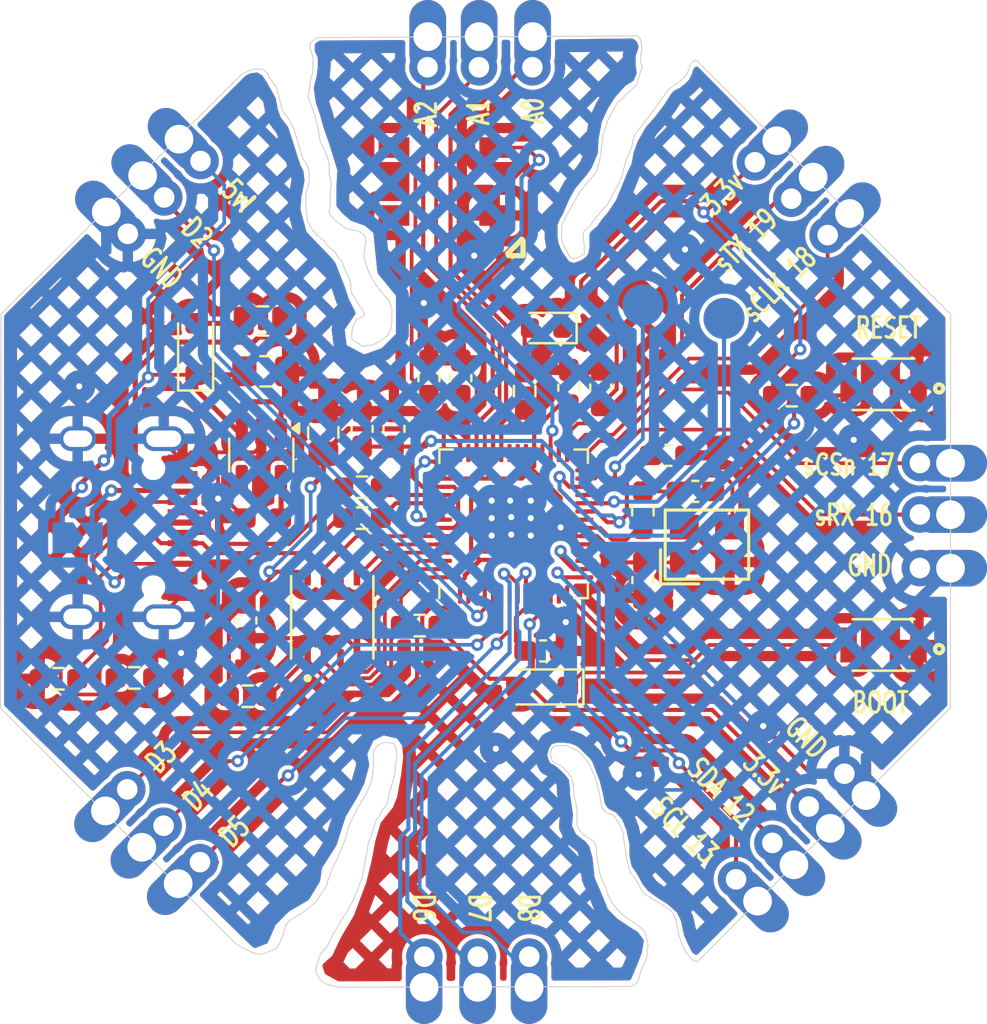
<source format=kicad_pcb>
(kicad_pcb (version 20240108) (generator "pcbnew") (generator_version "8.0")
  (layers (0 "F.Cu" signal) (31 "B.Cu" signal) (34 "B.Paste" user) (35 "F.Paste" user) (36 "B.SilkS" user "B.Silkscreen") (37 "F.SilkS" user "F.Silkscreen") (38 "B.Mask" user) (39 "F.Mask" user) (44 "Edge.Cuts" user))
  (net 0 "")
  (net 1 "GND")
  (net 2 "Net-(U1-XIN)")
  (net 3 "Net-(C2-Pad2)")
  (net 4 "+1V2")
  (net 5 "+3.3V")
  (net 6 "VBUS")
  (net 7 "/D7")
  (net 8 "/D4")
  (net 9 "/D5")
  (net 10 "/D+")
  (net 11 "/SPI0_RX")
  (net 12 "/D6")
  (net 13 "/D3")
  (net 14 "/D2")
  (net 15 "/D8")
  (net 16 "/A2")
  (net 17 "/A3")
  (net 18 "/D10")
  (net 19 "/RESET_")
  (net 20 "/SPI0_TX")
  (net 21 "/A1")
  (net 22 "/SPI0_SCLK")
  (net 23 "/SPI0_CSn")
  (net 24 "/A0")
  (net 25 "/D-")
  (net 26 "/RAW")
  (net 27 "/NEOPIX")
  (net 28 "Net-(D1-A)")
  (net 29 "/USBBOOT")
  (net 30 "/CC1")
  (net 33 "/CC2")
  (net 34 "/SCL")
  (net 35 "/SDA")
  (net 36 "Net-(U1-XOUT)")
  (net 37 "Net-(U1-USB_DP)")
  (net 38 "Net-(U1-USB_DM)")
  (net 39 "/QSPI_CS")
  (net 40 "Net-(U1-GPIO25)")
  (net 41 "/QSPI_DATA_0")
  (net 46 "/QSPI_DATA_3")
  (net 48 "/QSPI_DATA_2")
  (net 49 "unconnected-(U1-GPIO14-Pad17)")
  (net 50 "/QSPI_DATA_1")
  (net 52 "+5V")
  (net 53 "Net-(D4-A)")
  (net 54 "/SWCLK")
  (net 55 "/SWDIO")
  (net 56 "/QSPI_SCLK")
  (footprint "footprint:LED-SMD_4P-L5.0-W5.0-TL_WS2812B-B" (layer "F.Cu") (at 155.750038 55.350013)
    (property "Reference" "LED1" (hide yes))
    (property "Value" "WS2812B-B/W" (hide yes))
  )
  (footprint "Capacitor_SMD:C_0603_1608Metric_Pad1.08x0.95mm_HandSolder" (layer "F.Cu") (at 160.55 78.15)
    (property "Reference" "C12" (hide yes))
    (property "Value" "0.1uF" (hide yes))
  )
  (footprint "Diode_SMD:D_SOD-323_HandSoldering" (layer "F.Cu") (at 160.5 79.9 180)
    (property "Reference" "D4" (hide yes))
    (property "Value" "NSR0320" (hide yes))
  )
  (footprint "Capacitor_SMD:C_0603_1608Metric_Pad1.08x0.95mm_HandSolder" (layer "F.Cu") (at 161.8 65.3625 90)
    (property "Reference" "C10" (hide yes))
    (property "Value" "0.1uF" (hide yes))
  )
  (footprint "Capacitor_SMD:C_0603_1608Metric_Pad1.08x0.95mm_HandSolder" (layer "F.Cu") (at 146.9 71.7 180)
    (property "Reference" "C8" (hide yes))
    (property "Value" "1uF" (hide yes))
  )
  (footprint "Resistor_SMD:R_0603_1608Metric_Pad0.98x0.95mm_HandSolder" (layer "F.Cu") (at 159.654291 65.527758 90)
    (property "Reference" "R7" (hide yes))
    (property "Value" "1k" (hide yes))
  )
  (footprint "Resistor_SMD:R_0603_1608Metric_Pad0.98x0.95mm_HandSolder" (layer "F.Cu") (at 146.1875 80.35)
    (property "Reference" "R8" (hide yes))
    (property "Value" "10k" (hide yes))
  )
  (footprint "Capacitor_SMD:C_0603_1608Metric_Pad1.08x0.95mm_HandSolder" (layer "F.Cu") (at 156.55 64.9 90)
    (property "Reference" "C6" (hide yes))
    (property "Value" "1uF" (hide yes))
  )
  (footprint "Capacitor_SMD:C_0805_2012Metric_Pad1.18x1.45mm_HandSolder" (layer "F.Cu") (at 149.865258 67.5375 90)
    (property "Reference" "C14" (hide yes))
    (property "Value" "10uf" (hide yes))
  )
  (footprint "Capacitor_SMD:C_0603_1608Metric_Pad1.08x0.95mm_HandSolder" (layer "F.Cu") (at 146.1 76.667082 -90)
    (property "Reference" "C7" (hide yes))
    (property "Value" "0.1uF" (hide yes))
  )
  (footprint "Capacitor_SMD:C_0805_2012Metric_Pad1.18x1.45mm_HandSolder" (layer "F.Cu") (at 147.065763 64.569596)
    (property "Reference" "C13" (hide yes))
    (property "Value" "10uf" (hide yes))
  )
  (footprint "Package_TO_SOT_SMD:SOT-23-5" (layer "F.Cu") (at 146.85 68.6375 -90)
    (property "Reference" "U3" (hide yes))
    (property "Value" "AP2112K-3.3" (hide yes))
  )
  (footprint "Resistor_SMD:R_0603_1608Metric_Pad0.98x0.95mm_HandSolder" (layer "F.Cu") (at 151.75 71.7)
    (property "Reference" "R5" (hide yes))
    (property "Value" "27" (hide yes))
  )
  (footprint "LED_SMD:LED_0603_1608Metric" (layer "F.Cu") (at 160.694441 62.465766 180)
    (property "Reference" "D1" (hide yes))
    (property "Value" "LED" (hide yes))
  )
  (footprint "rp2040_custom_footprints_rodolfo:SW_B3U-1000P" (layer "F.Cu") (at 177.1 65.2 180)
    (property "Reference" "SW2" (hide yes))
    (property "Value" "SW_Push" (hide yes))
  )
  (footprint "Resistor_SMD:R_0603_1608Metric_Pad0.98x0.95mm_HandSolder" (layer "F.Cu") (at 151.75 70.2)
    (property "Reference" "R6" (hide yes))
    (property "Value" "27" (hide yes))
  )
  (footprint "Diode_SMD:D_SOD-323_HandSoldering" (layer "F.Cu") (at 143.658571 63.488257 90)
    (property "Reference" "D3" (hide yes))
    (property "Value" "NSR0320" (hide yes))
  )
  (footprint "Capacitor_SMD:C_0603_1608Metric_Pad1.08x0.95mm_HandSolder" (layer "F.Cu") (at 166.65 68.65)
    (property "Reference" "C3" (hide yes))
    (property "Value" "0.1uF" (hide yes))
  )
  (footprint "Resistor_SMD:R_0603_1608Metric_Pad0.98x0.95mm_HandSolder" (layer "F.Cu") (at 165.4 71.3125 -90)
    (property "Reference" "R2" (hide yes))
    (property "Value" "1k" (hide yes))
  )
  (footprint "Capacitor_SMD:C_0603_1608Metric_Pad1.08x0.95mm_HandSolder" (layer "F.Cu") (at 153.3 67.3625 90)
    (property "Reference" "C5" (hide yes))
    (property "Value" "1uF" (hide yes))
  )
  (footprint "Resistor_SMD:R_0603_1608Metric_Pad0.98x0.95mm_HandSolder" (layer "F.Cu") (at 172.6375 65.75)
    (property "Reference" "R1" (hide yes))
    (property "Value" "10k" (hide yes))
  )
  (footprint "MCU_RaspberryPi_and_Boards:RP2040-QFN-56" (layer "F.Cu") (at 159.116394 71.975795 90)
    (property "Reference" "U1" (hide yes))
    (property "Value" "RP2040" (hide yes))
  )
  (footprint "rp2040_custom_footprints_rodolfo:SON80P400X400X60-9N" (layer "F.Cu") (at 150.3 76.517082 90)
    (property "Reference" "U2" (hide yes))
    (property "Value" "W25Q64JVXGIQ 8MB QSPI Flash" (hide yes))
  )
  (footprint "Capacitor_SMD:C_0603_1608Metric_Pad1.08x0.95mm_HandSolder" (layer "F.Cu") (at 167.95 70.4 180)
    (property "Reference" "C2" (hide yes))
    (property "Value" "10pf" (hide yes))
  )
  (footprint "footprint:CRYSTAL-SMD_4P-L3.2-W2.5-BL" (layer "F.Cu") (at 168.514301 72.985827)
    (property "Reference" "X1" (hide yes))
    (property "Value" "ABM8-272-T3_C20625731" (hide yes))
  )
  (footprint "Fuse:Fuse_0805_2012Metric" (layer "F.Cu") (at 146.932181 62.122178 180)
    (property "Reference" "F1" (hide yes))
    (property "Value" "500mA, 6V" (hide yes))
  )
  (footprint "Capacitor_SMD:C_0603_1608Metric_Pad1.08x0.95mm_HandSolder" (layer "F.Cu") (at 155 64.9 90)
    (property "Reference" "C9" (hide yes))
    (property "Value" "0.1uF" (hide yes))
  )
  (footprint "rp2040_custom_footprints_rodolfo:USB_C_Receptacle_TYPE-C-31-M-12" (layer "F.Cu") (at 138.975484 72.166136 -90)
    (property "Reference" "J1" (hide yes))
    (property "Value" "USB_C_Receptacle_USB2.0_16P" (hide yes))
  )
  (footprint "Capacitor_SMD:C_0603_1608Metric_Pad1.08x0.95mm_HandSolder" (layer "F.Cu") (at 165.4 74.7125 90)
    (property "Reference" "C1" (hide yes))
    (property "Value" "10pf" (hide yes))
  )
  (footprint "Resistor_SMD:R_0603_1608Metric_Pad0.98x0.95mm_HandSolder" (layer "F.Cu") (at 140.681516 79.459908)
    (property "Reference" "R4" (hide yes))
    (property "Value" "5.1K" (hide yes))
  )
  (footprint "rp2040_custom_footprints_rodolfo:SW_B3U-1000P" (layer "F.Cu") (at 177.1 77.859437 180)
    (property "Reference" "SW1" (hide yes))
    (property "Value" "SW_Push" (hide yes))
  )
  (footprint "Capacitor_SMD:C_0603_1608Metric_Pad1.08x0.95mm_HandSolder" (layer "F.Cu") (at 163.35 65.35 90)
    (property "Reference" "C11" (hide yes))
    (property "Value" "0.1uF" (hide yes))
  )
  (footprint "Capacitor_SMD:C_0603_1608Metric_Pad1.08x0.95mm_HandSolder" (layer "F.Cu") (at 151.75 67.3625 90)
    (property "Reference" "C4" (hide yes))
    (property "Value" "0.1uF" (hide yes))
  )
  (footprint "Resistor_SMD:R_0603_1608Metric_Pad0.98x0.95mm_HandSolder" (layer "F.Cu") (at 136.992171 79.500333 180)
    (property "Reference" "R3" (hide yes))
    (property "Value" "5.1K" (hide yes))
  )
  (footprint "rp2040_custom_footprints_rodolfo:rp2040_roundStamp_BIG" (layer "F.Cu") (at 157.388231 71.437632 -112.5)
    (property "Reference" "Conn1" (hide yes))
    (property "Value" "customConn" (hide yes))
  )
  (footprint "Resistor_SMD:R_0603_1608Metric_Pad0.98x0.95mm_HandSolder" (layer "F.Cu") (at 154.55 76.917082)
    (property "Reference" "R9" (hide yes))
    (property "Value" "1k" (hide yes))
  )
  (footprint "TestPoint:TestPoint_Pad_D2.0mm" (layer "B.Cu") (at 165.4 61.35 -67.5)
    (property "Reference" "TP2" (hide yes))
    (property "Value" "TestPoint")
  )
  (footprint "Jumper:SolderJumper-2_P1.3mm_Open_TrianglePad1.0x1.5mm" (layer "B.Cu") (at 137.925 72.65)
    (property "Reference" "JP1" (hide yes))
    (property "Value" "SolderJumper_2_Open" (hide yes))
  )
  (footprint "TestPoint:TestPoint_Pad_D2.0mm" (layer "B.Cu") (at 169.345051 61.999905 -67.5)
    (property "Reference" "TP1" (hide yes))
    (property "Value" "TestPoint")
  )
  (gr_line (start 164.4 90.95) (end 164.2 90.75) (stroke (width 0.05)) (layer "Edge.Cuts"))
  (gr_line (start 163.5 56.65) (end 163.65 56.5) (stroke (width 0.05)) (layer "Edge.Cuts"))
  (gr_line (start 162.2 86.45) (end 162.2 86.2) (stroke (width 0.05)) (layer "Edge.Cuts"))
  (gr_line (start 161.75 58.85) (end 161.85 59) (stroke (width 0.05)) (layer "Edge.Cuts"))
  (gr_line (start 165.5 91.8) (end 165.3 91.6) (stroke (width 0.05)) (layer "Edge.Cuts"))
  (gr_line (start 148.371626 52.662992) (end 148.190133 52.317217) (stroke (width 0.05)) (layer "Edge.Cuts"))
  (gr_line (start 149.202321 50.788173) (end 149.122502 51.242187) (stroke (width 0.05)) (layer "Edge.Cuts"))
  (gr_line (start 167.637416 49.894989) (end 167.57236 50.052049) (stroke (width 0.05)) (layer "Edge.Cuts"))
  (gr_line (start 150.05 58.45) (end 149.910189 58.22517) (stroke (width 0.05)) (layer "Edge.Cuts"))
  (gr_line (start 149.104397 57.296085) (end 149.002724 56.496296) (stroke (width 0.05)) (layer "Edge.Cuts"))
  (gr_line (start 150.15 55) (end 150.25 55.45) (stroke (width 0.05)) (layer "Edge.Cuts"))
  (gr_line (start 151.95 88.1) (end 151.9 88.35) (stroke (width 0.05)) (layer "Edge.Cuts"))
  (gr_line (start 151.8 88.95) (end 151.75 89.2) (stroke (width 0.05)) (layer "Edge.Cuts"))
  (gr_line (start 150.15 58.55) (end 150.05 58.45) (stroke (width 0.05)) (layer "Edge.Cuts"))
  (gr_line (start 153.35 83.85) (end 153.4 83.55) (stroke (width 0.05)) (layer "Edge.Cuts"))
  (gr_line (start 148.2 91.25) (end 148.45 91.1) (stroke (width 0.05)) (layer "Edge.Cuts"))
  (gr_line (start 150 89.6) (end 150.05 89.45) (stroke (width 0.05)) (layer "Edge.Cuts"))
  (gr_line (start 163.464818 53.069879) (end 163.705637 52.357835) (stroke (width 0.05)) (layer "Edge.Cuts"))
  (gr_line (start 165.283924 49.33145) (end 165.34461 48.92363) (stroke (width 0.05)) (layer "Edge.Cuts"))
  (gr_line (start 151.85 61.8) (end 151.8 61.65) (stroke (width 0.05)) (layer "Edge.Cuts"))
  (gr_line (start 164.60302 51.105955) (end 164.687482 51.032701) (stroke (width 0.05)) (layer "Edge.Cuts"))
  (gr_line (start 164 55.85) (end 164.2 55.5) (stroke (width 0.05)) (layer "Edge.Cuts"))
  (gr_line (start 163.6 89.65) (end 163.5 89.45) (stroke (width 0.05)) (layer "Edge.Cuts"))
  (gr_line (start 151.9 59.25) (end 152 59.55) (stroke (width 0.05)) (layer "Edge.Cuts"))
  (gr_line (start 151.65 85.6) (end 151.75 85.4) (stroke (width 0.05)) (layer "Edge.Cuts"))
  (gr_line (start 148.56897 53.231811) (end 148.452806 52.858977) (stroke (width 0.05)) (layer "Edge.Cuts"))
  (gr_line (start 148.658075 53.539318) (end 148.56897 53.231811) (stroke (width 0.05)) (layer "Edge.Cuts"))
  (gr_line (start 152.05 87.5) (end 152.1 87.35) (stroke (width 0.05)) (layer "Edge.Cuts"))
  (gr_line (start 165.137098 48.274832) (end 165.218005 48.340816) (stroke (width 0.05)) (layer "Edge.Cuts"))
  (gr_line (start 166.95 91.05) (end 166.75 90.75) (stroke (width 0.05)) (layer "Edge.Cuts"))
  (gr_line (start 153.45 83.2) (end 153.4 83.55) (stroke (width 0.05)) (layer "Edge.Cuts"))
  (gr_line (start 165.361821 49.796673) (end 165.299775 49.554494) (stroke (width 0.05)) (layer "Edge.Cuts"))
  (gr_line (start 152.85 60.9) (end 152.95 61) (stroke (width 0.05)) (layer "Edge.Cuts"))
  (gr_line (start 163.3 88.9) (end 163.25 88.75) (stroke (width 0.05)) (layer "Edge.Cuts"))
  (gr_line (start 164 90.5) (end 163.85 90.3) (stroke (width 0.05)) (layer "Edge.Cuts"))
  (gr_line (start 149.581084 48.358145) (end 149.247719 48.588074) (stroke (width 0.05)) (layer "Edge.Cuts"))
  (gr_line (start 152.1 59.8) (end 152.2 60) (stroke (width 0.05)) (layer "Edge.Cuts"))
  (gr_line (start 163.05 87.45) (end 162.95 87.35) (stroke (width 0.05)) (layer "Edge.Cuts"))
  (gr_line (start 151.15 86.55) (end 151.35 86.15) (stroke (width 0.05)) (layer "Edge.Cuts"))
  (gr_line (start 163.2 84.75) (end 163.1 84.35) (stroke (width 0.05)) (layer "Edge.Cuts"))
  (gr_line (start 162 59.1) (end 162.25 59.05) (stroke (width 0.05)) (layer "Edge.Cuts"))
  (gr_line (start 163.981441 51.822642) (end 164.161574 51.518418) (stroke (width 0.05)) (layer "Edge.Cuts"))
  (gr_line (start 152.3 83.3) (end 152.3 83.05) (stroke (width 0.05)) (layer "Edge.Cuts"))
  (gr_line (start 151.4 61) (end 151.25 60.8) (stroke (width 0.05)) (layer "Edge.Cuts"))
  (gr_line (start 150.6 88.1) (end 150.75 87.75) (stroke (width 0.05)) (layer "Edge.Cuts"))
  (gr_line (start 147.999201 91.583087) (end 148.056604 91.444505) (stroke (width 0.05)) (layer "Edge.Cuts"))
  (gr_line (start 162.2 86) (end 162.2 85.85) (stroke (width 0.05)) (layer "Edge.Cuts"))
  (gr_line (start 162.1 85.35) (end 162.05 85.2) (stroke (width 0.05)) (layer "Edge.Cuts"))
  (gr_line (start 162.2 85.85) (end 162.15 85.6) (stroke (width 0.05)) (layer "Edge.Cuts"))
  (gr_line (start 163.15 87.85) (end 163.15 87.7) (stroke (width 0.05)) (layer "Edge.Cuts"))
  (gr_line (start 150.05 92.5) (end 149.757574 92.825565) (stroke (width 0.05)) (layer "Edge.Cuts"))
  (gr_line (start 149.036913 54.453912) (end 148.890405 54.284987) (stroke (width 0.05)) (layer "Edge.Cuts"))
  (gr_line (start 151.25 60.8) (end 151.2 60.55) (stroke (width 0.05)) (layer "Edge.Cuts"))
  (gr_line (start 162.278499 55.933906) (end 162.627557 55.483174) (stroke (width 0.05)) (layer "Edge.Cuts"))
  (gr_line (start 160.9 83.15) (end 160.95 82.95) (stroke (width 0.05)) (layer "Edge.Cuts"))
  (gr_line (start 163.25 88.65) (end 163.2 88.35) (stroke (width 0.05)) (layer "Edge.Cuts"))
  (gr_line (start 163.8 56.25) (end 163.9 56.05) (stroke (width 0.05)) (layer "Edge.Cuts"))
  (gr_line (start 151.15 60.15) (end 151.05 59.9) (stroke (width 0.05)) (layer "Edge.Cuts"))
  (gr_line (start 162.7 87.2) (end 162.55 87.1) (stroke (width 0.05)) (layer "Edge.Cuts"))
  (gr_line (start 167.621326 92.945886) (end 167.839502 93.176969) (stroke (width 0.05)) (layer "Edge.Cuts"))
  (gr_line (start 163.35 89.1) (end 163.3 88.9) (stroke (width 0.05)) (layer "Edge.Cuts"))
  (gr_line (start 152 87.8) (end 152.05 87.5) (stroke (width 0.05)) (layer "Edge.Cuts"))
  (gr_line (start 149.578905 57.979709) (end 149.359144 57.726322) (stroke (width 0.05)) (layer "Edge.Cuts"))
  (gr_line (start 151.75 61.55) (end 151.6 61.35) (stroke (width 0.05)) (layer "Edge.Cuts"))
  (gr_line (start 149 90.75) (end 149.2 90.6) (stroke (width 0.05)) (layer "Edge.Cuts"))
  (gr_line (start 152.95 85.6) (end 153 85.4) (stroke (width 0.05)) (layer "Edge.Cuts"))
  (gr_line (start 161.65 58.65) (end 161.75 58.85) (stroke (width 0.05)) (layer "Edge.Cuts"))
  (gr_line (start 148.8 90.9) (end 149 90.75) (stroke (width 0.05)) (layer "Edge.Cuts"))
  (gr_line (start 164.9 91.3) (end 164.65 91.15) (stroke (width 0.05)) (layer "Edge.Cuts"))
  (gr_line (start 148.890405 54.284987) (end 148.658075 53.539318) (stroke (width 0.05)) (layer "Edge.Cuts"))
  (gr_line (start 149.6 90.2) (end 149.8 89.9) (stroke (width 0.05)) (layer "Edge.Cuts"))
  (gr_line (start 161.604161 57.169934) (end 161.623295 57.12374) (stroke (width 0.05)) (layer "Edge.Cuts"))
  (gr_line (start 161.9 84.25) (end 161.7 84) (stroke (width 0.05)) (layer "Edge.Cuts"))
  (gr_line (start 149.665057 53.198749) (end 149.727103 53.440927) (stroke (width 0.05)) (layer "Edge.Cuts"))
  (gr_line (start 149.49598 93.718422) (end 149.59181 93.931299) (stroke (width 0.05)) (layer "Edge.Cuts"))
  (gr_line (start 166.05 90.3) (end 165.8 90.15) (stroke (width 0.05)) (layer "Edge.Cuts"))
  (gr_line (start 167.35 92.5) (end 167.25 92.25) (stroke (width 0.05)) (layer "Edge.Cuts"))
  (gr_line (start 163.5 89.45) (end 163.4 89.25) (stroke (width 0.05)) (layer "Edge.Cuts"))
  (gr_line (start 150.15 54.5) (end 150.15 54.75) (stroke (width 0.05)) (layer "Edge.Cuts"))
  (gr_line (start 148.45 91.1) (end 148.8 90.9) (stroke (width 0.05)) (layer "Edge.Cuts"))
  (gr_line (start 151.55 63.2) (end 151.25 63) (stroke (width 0.05)) (layer "Edge.Cuts"))
  (gr_line (start 164.75 53.9) (end 164.85 53.7) (stroke (width 0.05)) (layer "Edge.Cuts"))
  (gr_line (start 165.299856 93.716129) (end 165.395526 93.485159) (stroke (width 0.05)) (layer "Edge.Cuts"))
  (gr_line (start 149.154437 55.476745) (end 149.188063 55.003597) (stroke (width 0.05)) (layer "Edge.Cuts"))
  (gr_line (start 164.95 53.25) (end 165 53.1) (stroke (width 0.05)) (layer "Edge.Cuts"))
  (gr_line (start 168.015775 49.478043) (end 167.94345 49.469733) (stroke (width 0.05)) (layer "Edge.Cuts"))
  (gr_line (start 149.881536 53.721374) (end 150.016835 54.048015) (stroke (width 0.05)) (layer "Edge.Cuts"))
  (gr_line (start 152.6 86.15) (end 152.65 86.05) (stroke (width 0.05)) (layer "Edge.Cuts"))
  (gr_line (start 151.262946 57.703108) (end 151.466856 57.733451) (stroke (width 0.05)) (layer "Edge.Cuts"))
  (gr_line (start 147.911456 91.925579) (end 147.999201 91.583087) (stroke (width 0.05)) (layer "Edge.Cuts"))
  (gr_line (start 162.05 85) (end 162 84.55) (stroke (width 0.05)) (layer "Edge.Cuts"))
  (gr_line (start 165.874034 51.957144) (end 165.175918 52.858607) (stroke (width 0.05)) (layer "Edge.Cuts"))
  (gr_line (start 165.030392 94.34054) (end 164.918213 94.402314) (stroke (width 0.05)) (layer "Edge.Cuts"))
  (gr_line (start 164.7 54.05) (end 164.75 53.9) (stroke (width 0.05)) (layer "Edge.Cuts"))
  (gr_line (start 161.45 82.75) (end 161.5 82.75) (stroke (width 0.05)) (layer "Edge.Cuts"))
  (gr_line (start 164.85 53.7) (end 164.9 53.5) (stroke (width 0.05)) (layer "Edge.Cuts"))
  (gr_line (start 162.65 57.65) (end 162.85 57.5) (stroke (width 0.05)) (layer "Edge.Cuts"))
  (gr_line (start 162.731154 55.363727) (end 163.041943 55.005383) (stroke (width 0.05)) (layer "Edge.Cuts"))
  (gr_line (start 146.173741 49.999123) (end 145.884055 50.149729) (stroke (width 0.05)) (layer "Edge.Cuts"))
  (gr_line (start 150.635364 57.389036) (end 150.966648 57.634497) (stroke (width 0.05)) (layer "Edge.Cuts"))
  (gr_line (start 167.94345 49.469733) (end 167.838925 49.513028) (stroke (width 0.05)) (layer "Edge.Cuts"))
  (gr_line (start 161.604161 57.169934) (end 161.45 57.5) (stroke (width 0.05)) (layer "Edge.Cuts"))
  (gr_line (start 161 83.5) (end 160.9 83.15) (stroke (width 0.05)) (layer "Edge.Cuts"))
  (gr_line (start 163.35 85.45) (end 163.3 85.1) (stroke (width 0.05)) (layer "Edge.Cuts"))
  (gr_line (start 164.15 86.4) (end 164 86.15) (stroke (width 0.05)) (layer "Edge.Cuts"))
  (gr_line (start 149.350752 50.037861) (end 149.243872 50.426547) (stroke (width 0.05)) (layer "Edge.Cuts"))
  (gr_line (start 153 62.8) (end 152.65 63.1) (stroke (width 0.05)) (layer "Edge.Cuts"))
  (gr_line (start 164.55 87.8) (end 164.5 87.5) (stroke (width 0.05)) (layer "Edge.Cuts"))
  (gr_line (start 151.85 59.05) (end 151.9 59.25) (stroke (width 0.05)) (layer "Edge.Cuts"))
  (gr_line (start 152.3 83.55) (end 152.3 83.3) (stroke (width 0.05)) (layer "Edge.Cuts"))
  (gr_line (start 153.3 82.65) (end 153.4 82.9) (stroke (width 0.05)) (layer "Edge.Cuts"))
  (gr_line (start 161.45 83.75) (end 161.15 83.6) (stroke (width 0.05)) (layer "Edge.Cuts"))
  (gr_line (start 164.45 54.8) (end 164.55 54.45) (stroke (width 0.05)) (layer "Edge.Cuts"))
  (gr_line (start 163.4 85.75) (end 163.35 85.45) (stroke (width 0.05)) (layer "Edge.Cuts"))
  (gr_line (start 162.475 57.95) (end 162.55 57.75) (stroke (width 0.05)) (layer "Edge.Cuts"))
  (gr_line (start 151.85 88.7) (end 151.8 88.95) (stroke (width 0.05)) (layer "Edge.Cuts"))
  (gr_line (start 152.1 84.75) (end 152.2 84.5) (stroke (width 0.05)) (layer "Edge.Cuts"))
  (gr_line (start 151.3 90.3) (end 151.05 90.75) (stroke (width 0.05)) (layer "Edge.Cuts"))
  (gr_line (start 150.639892 94.484492) (end 164.746775 94.450365) (stroke (width 0.05)) (layer "Edge.Cuts"))
  (gr_line (start 152.75 85.85) (end 152.85 85.75) (stroke (width 0.05)) (layer "Edge.Cuts"))
  (gr_line (start 149.732249 94.141006) (end 149.991864 94.324309) (stroke (width 0.05)) (layer "Edge.Cuts"))
  (gr_line (start 161.45 58.15) (end 161.5 58.35) (stroke (width 0.05)) (layer "Edge.Cuts"))
  (gr_line (start 153.2 61.5) (end 153.2 61.8) (stroke (width 0.05)) (layer "Edge.Cuts"))
  (gr_line (start 163.1 84.35) (end 162.95 84) (stroke (width 0.05)) (layer "Edge.Cuts"))
  (gr_line (start 150.25 55.45) (end 150.2 56) (stroke (width 0.05)) (layer "Edge.Cuts"))
  (gr_line (start 150.3 88.7) (end 150.5 88.35) (stroke (width 0.05)) (layer "Edge.Cuts"))
  (gr_line (start 161.7 84) (end 161.45 83.75) (stroke (width 0.05)) (layer "Edge.Cuts"))
  (gr_line (start 165.510331 93.207995) (end 165.606002 92.977025) (stroke (width 0.05)) (layer "Edge.Cuts"))
  (gr_line (start 163.55 85.95) (end 163.4 85.75) (stroke (width 0.05)) (layer "Edge.Cuts"))
  (gr_line (start 164.414961 51.298657) (end 164.60302 51.105955) (stroke (width 0.05)) (layer "Edge.Cuts"))
  (gr_line (start 151.651632 57.809988) (end 151.863467 57.951853) (stroke (width 0.05)) (layer "Edge.Cuts"))
  (gr_line (start 150.5 88.35) (end 150.6 88.1) (stroke (width 0.05)) (layer "Edge.Cuts"))
  (gr_line (start 165 53.1) (end 165.175918 52.858607) (stroke (width 0.05)) (layer "Edge.Cuts"))
  (gr_line (start 149.910189 58.22517) (end 149.578905 57.979709) (stroke (width 0.05)) (layer "Edge.Cuts"))
  (gr_line (start 167.409776 50.287774) (end 167.266982 50.423457) (stroke (width 0.05)) (layer "Edge.Cuts"))
  (gr_line (start 149.526322 93.514512) (end 149.49598 93.718422) (stroke (width 0.05)) (layer "Edge.Cuts"))
  (gr_line (start 161.661563 57.031353) (end 161.822562 56.773323) (stroke (width 0.05)) (layer "Edge.Cuts"))
  (gr_line (start 149.176621 51.372844) (end 149.28486 51.634156) (stroke (width 0.05)) (layer "Edge.Cuts"))
  (gr_line (start 151.25 62.7) (end 151.3 62.4) (stroke (width 0.05)) (layer "Edge.Cuts"))
  (gr_line (start 146.919682 49.896793) (end 146.524271 49.884543) (stroke (width 0.05)) (layer "Edge.Cuts"))
  (gr_line (start 151.466856 57.733451) (end 151.651632 57.809988) (stroke (width 0.05)) (layer "Edge.Cuts"))
  (gr_line (start 150.95 59.7) (end 150.85 59.45) (stroke (width 0.05)) (layer "Edge.Cuts"))
  (gr_line (start 153.1 61.25) (end 153.2 61.5) (stroke (width 0.05)) (layer "Edge.Cuts"))
  (gr_line (start 152.5 86.3) (end 152.6 86.15) (stroke (width 0.05)) (layer "Edge.Cuts"))
  (gr_line (start 164.45 87.05) (end 164.4 86.85) (stroke (width 0.05)) (layer "Edge.Cuts"))
  (gr_line (start 162.8 83.65) (end 162.65 83.45) (stroke (width 0.05)) (layer "Edge.Cuts"))
  (gr_line (start 153.25 84.45) (end 153.3 84.25) (stroke (width 0.05)) (layer "Edge.Cuts"))
  (gr_line (start 148.056604 91.444505) (end 148.2 91.25) (stroke (width 0.05)) (layer "Edge.Cuts"))
  (gr_line (start 161.85 59) (end 162 59.1) (stroke (width 0.05)) (layer "Edge.Cuts"))
  (gr_line (start 152.2 60) (end 152.35 60.25) (stroke (width 0.05)) (layer "Edge.Cuts"))
  (gr_line (start 164.3 55.3) (end 164.4 55.05) (stroke (width 0.05)) (layer "Edge.Cuts"))
  (gr_line (start 163.25 56.95) (end 163.5 56.65) (stroke (width 0.05)) (layer "Edge.Cuts"))
  (gr_line (start 153.15 62.5) (end 153 62.8) (stroke (width 0.05)) (layer "Edge.Cuts"))
  (gr_line (start 161.2 82.75) (end 161.45 82.75) (stroke (width 0.05)) (layer "Edge.Cuts"))
  (gr_line (start 164.2 55.5) (end 164.3 55.3) (stroke (width 0.05)) (layer "Edge.Cuts"))
  (gr_line (start 151.3 62.4) (end 151.5 62.05) (stroke (width 0.05)) (layer "Edge.Cuts"))
  (gr_line (start 151.05 86.8) (end 151.15 86.55) (stroke (width 0.05)) (layer "Edge.Cuts"))
  (gr_line (start 147.382265 92.680534) (end 147.57825 92.599355) (stroke (width 0.05)) (layer "Edge.Cuts"))
  (gr_line (start 148.016566 52.082964) (end 147.870058 51.91404) (stroke (width 0.05)) (layer "Edge.Cuts"))
  (gr_line (start 146.609536 92.847536) (end 146.422518 92.802542) (stroke (width 0.05)) (layer "Edge.Cuts"))
  (gr_line (start 151.9 88.35) (end 151.85 88.7) (stroke (width 0.05)) (layer "Edge.Cuts"))
  (gr_line (start 166.3 90.45) (end 166.05 90.3) (stroke (width 0.05)) (layer "Edge.Cuts"))
  (gr_line (start 163.75 86.05) (end 163.55 85.95) (stroke (width 0.05)) (layer "Edge.Cuts"))
  (gr_line (start 167.683995 49.730276) (end 167.637416 49.894989) (stroke (width 0.05)) (layer "Edge.Cuts"))
  (gr_line (start 163.1 87.6) (end 163.05 87.45) (stroke (width 0.05)) (layer "Edge.Cuts"))
  (gr_line (start 164.918213 94.402314) (end 164.746775 94.450365) (stroke (width 0.05)) (layer "Edge.Cuts"))
  (gr_line (start 165.1 91.45) (end 164.9 91.3) (stroke (width 0.05)) (layer "Edge.Cuts"))
  (gr_line (start 151.8 61.9) (end 151.85 61.8) (stroke (width 0.05)) (layer "Edge.Cuts"))
  (gr_line (start 162.95 57.3) (end 163.25 56.95) (stroke (width 0.05)) (layer "Edge.Cuts"))
  (gr_line (start 180.35 80.9) (end 180.360042 61.799937) (stroke (width 0.05)) (layer "Edge.Cuts"))
  (gr_line (start 164.65 88.4) (end 164.6 88.2) (stroke (width 0.05)) (layer "Edge.Cuts"))
  (gr_line (start 163.85 90.3) (end 163.75 90.1) (stroke (width 0.05)) (layer "Edge.Cuts"))
  (gr_line (start 162.627557 55.483174) (end 162.731154 55.363727) (stroke (width 0.05)) (layer "Edge.Cuts"))
  (gr_line (start 149.368526 49.341669) (end 149.365243 49.610907) (stroke (width 0.05)) (layer "Edge.Cuts"))
  (gr_line (start 164.161574 51.518418) (end 164.414961 51.298657) (stroke (width 0.05)) (layer "Edge.Cuts"))
  (gr_line (start 167.750636 49.595521) (end 167.683995 49.730276) (stroke (width 0.05)) (layer "Edge.Cuts"))
  (gr_line (start 149.247719 48.588074) (end 149.217376 48.791984) (stroke (width 0.05)) (layer "Edge.Cuts"))
  (gr_line (start 152.35 60.25) (end 152.45 60.4) (stroke (width 0.05)) (layer "Edge.Cuts"))
  (gr_line (start 165.65 92.4) (end 165.6 92.15) (stroke (width 0.05)) (layer "Edge.Cuts"))
  (gr_line (start 149.188063 55.003597) (end 149.118092 54.649896) (stroke (width 0.05)) (layer "Edge.Cuts"))
  (gr_line (start 163.65 89.85) (end 163.6 89.65) (stroke (width 0.05)) (layer "Edge.Cuts"))
  (gr_line (start 151.5 61.2) (end 151.4 61) (stroke (width 0.05)) (layer "Edge.Cuts"))
  (gr_line (start 151.05 59.9) (end 150.95 59.7) (stroke (width 0.05)) (layer "Edge.Cuts"))
  (gr_line (start 165.35 89.8) (end 165.25 89.6) (stroke (width 0.05)) (layer "Edge.Cuts"))
  (gr_line (start 149.59181 93.931299) (end 149.732249 94.141006) (stroke (width 0.05)) (layer "Edge.Cuts"))
  (gr_line (start 163.041943 55.005383) (end 163.164674 54.839742) (stroke (width 0.05)) (layer "Edge.Cuts"))
  (gr_line (start 152.3 83.85) (end 152.3 83.55) (stroke (width 0.05)) (layer "Edge.Cuts"))
  (gr_line (start 162.4 86.95) (end 162.3 86.85) (stroke (width 0.05)) (layer "Edge.Cuts"))
  (gr_line (start 151.35 86.15) (end 151.5 85.85) (stroke (width 0.05)) (layer "Edge.Cuts"))
  (gr_line (start 153.2 84.65) (end 153.25 84.45) (stroke (width 0.05)) (layer "Edge.Cuts"))
  (gr_line (start 148.190133 52.317217) (end 148.016566 52.082964) (stroke (width 0.05)) (layer "Edge.Cuts"))
  (gr_line (start 149.2 90.6) (end 149.45 90.4) (stroke (width 0.05)) (layer "Edge.Cuts"))
  (gr_line (start 150.1 54.3) (end 150.15 54.5) (stroke (width 0.05)) (layer "Edge.Cuts"))
  (gr_line (start 163.3 85.1) (end 163.2 84.75) (stroke (width 0.05)) (layer "Edge.Cuts"))
  (gr_line (start 163.75 90.1) (end 163.65 89.85) (stroke (width 0.05)) (layer "Edge.Cuts"))
  (gr_line (start 165.299185 48.536801) (end 165.320833 48.589063) (stroke (width 0.05)) (layer "Edge.Cuts"))
  (gr_line (start 162.2 86.6) (end 162.2 86.45) (stroke (width 0.05)) (layer "Edge.Cuts"))
  (gr_line (start 151.05 90.75) (end 150.85 91.05) (stroke (width 0.05)) (layer "Edge.Cuts"))
  (gr_line (start 162.15 85.6) (end 162.1 85.35) (stroke (width 0.05)) (layer "Edge.Cuts"))
  (gr_line (start 150.2 89.05) (end 150.3 88.7) (stroke (width 0.05)) (layer "Edge.Cuts"))
  (gr_line (start 165.154708 94.197203) (end 165.030392 94.34054) (stroke (width 0.05)) (layer "Edge.Cuts"))
  (gr_line (start 145.884055 50.149729) (end 134.202217 61.784963) (stroke (width 0.05)) (layer "Edge.Cuts"))
  (gr_line (start 147.710982 51.252833) (end 147.648937 51.010654) (stroke (width 0.05)) (layer "Edge.Cuts"))
  (gr_line (start 165.25 89.6) (end 165.15 89.4) (stroke (width 0.05)) (layer "Edge.Cuts"))
  (gr_line (start 149.991864 94.324309) (end 150.252792 94.399917) (stroke (width 0.05)) (layer "Edge.Cuts"))
  (gr_line (start 147.57825 92.599355) (end 147.720114 92.387519) (stroke (width 0.05)) (layer "Edge.Cuts"))
  (gr_line (start 150.85 59.45) (end 150.75 59.2) (stroke (width 0.05)) (layer "Edge.Cuts"))
  (gr_line (start 149.243872 50.426547) (end 149.202321 50.788173) (stroke (width 0.05)) (layer "Edge.Cuts"))
  (gr_line (start 165.8 90.15) (end 165.55 90) (stroke (width 0.05)) (layer "Edge.Cuts"))
  (gr_line (start 166.75 90.75) (end 166.55 90.6) (stroke (width 0.05)) (layer "Edge.Cuts"))
  (gr_line (start 150.350275 57.162709) (end 150.635364 57.389036) (stroke (width 0.05)) (layer "Edge.Cuts"))
  (gr_line (start 162.55 58.85) (end 162.55 58.4) (stroke (width 0.05)) (layer "Edge.Cuts"))
  (gr_line (start 162.55 58.4) (end 162.475 57.95) (stroke (width 0.05)) (layer "Edge.Cuts"))
  (gr_line (start 151.85 58.8) (end 151.85 58.95) (stroke (width 0.05)) (layer "Edge.Cuts"))
  (gr_line (start 164.3 86.65) (end 164.15 86.4) (stroke (width 0.05)) (layer "Edge.Cuts"))
  (gr_line (start 162.4 83.15) (end 162.15 82.95) (stroke (width 0.05)) (layer "Edge.Cuts"))
  (gr_line (start 152.2 87.15) (end 152.25 86.95) (stroke (width 0.05)) (layer "Edge.Cuts"))
  (gr_line (start 149.652336 93.079632) (end 149.526322 93.514512) (stroke (width 0.05)) (layer "Edge.Cuts"))
  (gr_line (start 151.5 62.05) (end 151.8 61.9) (stroke (width 0.05)) (layer "Edge.Cuts"))
  (gr_line (start 146.422518 92.802542) (end 146.153008 92.66926) (stroke (width 0.05)) (layer "Edge.Cuts"))
  (gr_line (start 161.5 82.75) (end 161.7 82.75) (stroke (width 0.05)) (layer "Edge.Cuts"))
  (gr_line (start 151.6 61.35) (end 151.5 61.2) (stroke (width 0.05)) (layer "Edge.Cuts"))
  (gr_line (start 162.95 84) (end 162.8 83.65) (stroke (width 0.05)) (layer "Edge.Cuts"))
  (gr_line (start 164.6 88.2) (end 164.55 87.8) (stroke (width 0.05)) (layer "Edge.Cuts"))
  (gr_line (start 147.648937 51.010654) (end 147.586892 50.768476) (stroke (width 0.05)) (layer "Edge.Cuts"))
  (gr_line (start 167.447759 92.711633) (end 167.621326 92.945886) (stroke (width 0.05)) (layer "Edge.Cuts"))
  (gr_line (start 151.95 85.1) (end 152.1 84.75) (stroke (width 0.05)) (layer "Edge.Cuts"))
  (gr_line (start 164.7 88.6) (end 164.65 88.4) (stroke (width 0.05)) (layer "Edge.Cuts"))
  (gr_line (start 164.45 87.2) (end 164.45 87.05) (stroke (width 0.05)) (layer "Edge.Cuts"))
  (gr_line (start 150.2 56) (end 150.2 56.45) (stroke (width 0.05)) (layer "Edge.Cuts"))
  (gr_line (start 152.95 61) (end 153.05 61.1) (stroke (width 0.05)) (layer "Edge.Cuts"))
  (gr_line (start 152.85 85.75) (end 152.95 85.6) (stroke (width 0.05)) (layer "Edge.Cuts"))
  (gr_line (start 152.2 84.5) (end 152.25 84.25) (stroke (width 0.05)) (layer "Edge.Cuts"))
  (gr_line (start 149.45 90.4) (end 149.6 90.2) (stroke (width 0.05)) (layer "Edge.Cuts"))
  (gr_line (start 152.8 82.6) (end 153.05 82.6) (stroke (width 0.05)) (layer "Edge.Cuts"))
  (gr_line (start 145.771047 92.467751) (end 145.621641 92.384217) (stroke (width 0.05)) (layer "Edge.Cuts"))
  (gr_line (start 151 87.1) (end 151.05 86.8) (stroke (width 0.05)) (layer "Edge.Cuts"))
  (gr_line (start 152.1 87.35) (end 152.2 87.15) (stroke (width 0.05)) (layer "Edge.Cuts"))
  (gr_line (start 150.3 58.65) (end 150.15 58.55) (stroke (width 0.05)) (layer "Edge.Cuts"))
  (gr_line (start 162.3 86.85) (end 162.25 86.75) (stroke (width 0.05)) (layer "Edge.Cuts"))
  (gr_line (start 150.9 87.4) (end 151 87.1) (stroke (width 0.05)) (layer "Edge.Cuts"))
  (gr_line (start 162 84.55) (end 161.9 84.25) (stroke (width 0.05)) (layer "Edge.Cuts"))
  (gr_line (start 164.65 91.15) (end 164.4 90.95) (stroke (width 0.05)) (layer "Edge.Cuts"))
  (gr_line (start 167.266982 50.423457) (end 166.648686 50.870906) (stroke (width 0.05)) (layer "Edge.Cuts"))
  (gr_line (start 151.5 85.85) (end 151.65 85.6) (stroke (width 0.05)) (layer "Edge.Cuts"))
  (gr_line (start 162.55 57.75) (end 162.65 57.65) (stroke (width 0.05)) (layer "Edge.Cuts"))
  (gr_line (start 162.55 87.1) (end 162.4 86.95) (stroke (width 0.05)) (layer "Edge.Cuts"))
  (gr_line (start 166.648686 50.870906) (end 165.874034 51.957144) (stroke (width 0.05)) (layer "Edge.Cuts"))
  (gr_line (start 165.299775 49.554494) (end 165.283924 49.33145) (stroke (width 0.05)) (layer "Edge.Cuts"))
  (gr_line (start 167.57236 50.052049) (end 167.479587 50.197628) (stroke (width 0.05)) (layer "Edge.Cuts"))
  (gr_line (start 150.35 91.9) (end 150.2 92.2) (stroke (width 0.05)) (layer "Edge.Cuts"))
  (gr_line (start 150.85 91.05) (end 150.65 91.4) (stroke (width 0.05)) (layer "Edge.Cuts"))
  (gr_line (start 163.705637 52.357835) (end 163.981441 51.822642) (stroke (width 0.05)) (layer "Edge.Cuts"))
  (gr_line (start 167.1 91.7) (end 167.05 91.45) (stroke (width 0.05)) (layer "Edge.Cuts"))
  (gr_line (start 164 86.15) (end 163.75 86.05) (stroke (width 0.05)) (layer "Edge.Cuts"))
  (gr_line (start 162.05 85.2) (end 162.05 85) (stroke (width 0.05)) (layer "Edge.Cuts"))
  (gr_line (start 161.05 82.8) (end 161.2 82.75) (stroke (width 0.05)) (layer "Edge.Cuts"))
  (gr_line (start 167 91.2) (end 166.95 91.05) (stroke (width 0.05)) (layer "Edge.Cuts"))
  (gr_line (start 164.4 86.85) (end 164.3 86.65) (stroke (width 0.05)) (layer "Edge.Cuts"))
  (gr_line (start 167.25 92.25) (end 167.15 91.95) (stroke (width 0.05)) (layer "Edge.Cuts"))
  (gr_line (start 161.623295 57.12374) (end 161.661563 57.031353) (stroke (width 0.05)) (layer "Edge.Cuts"))
  (gr_line (start 152 59.55) (end 152.1 59.8) (stroke (width 0.05)) (layer "Edge.Cuts"))
  (gr_line (start 151.2 60.3) (end 151.15 60.15) (stroke (width 0.05)) (layer "Edge.Cuts"))
  (gr_line (start 151.2 60.55) (end 151.2 60.3) (stroke (width 0.05)) (layer "Edge.Cuts"))
  (gr_line (start 149.652336 93.079632) (end 149.757574 92.825565) (stroke (width 0.05)) (layer "Edge.Cuts"))
  (gr_line (start 153.2 62.15) (end 153.15 62.5) (stroke (width 0.05)) (layer "Edge.Cuts"))
  (gr_line (start 150.45 58.8) (end 150.3 58.65) (stroke (width 0.05)) (layer "Edge.Cuts"))
  (gr_line (start 150.65 91.4) (end 150.35 91.9) (stroke (width 0.05)) (layer "Edge.Cuts"))
  (gr_line (start 150.966648 57.634497) (end 151.262946 57.703108) (stroke (width 0.05)) (layer "Edge.Cuts"))
  (gr_line (start 150.2 56.45) (end 150.149648 56.863128) (stroke (width 0.05)) (layer "Edge.Cuts"))
  (gr_line (start 152.65 63.1) (end 152.2 63.3) (stroke (width 0.05)) (layer "Edge.Cuts"))
  (gr_line (start 165.55 90) (end 165.35 89.8) (stroke (width 0.05)) (layer "Edge.Cuts"))
  (gr_line (start 161.822562 56.773323) (end 162.278499 55.933906) (stroke (width 0.05)) (layer "Edge.Cuts"))
  (gr_line (start 152.65 86.05) (end 152.75 85.85) (stroke (width 0.05)) (layer "Edge.Cuts"))
  (gr_line (start 162.25 86.75) (end 162.2 86.6) (stroke (width 0.05)) (layer "Edge.Cuts"))
  (gr_line (start 167.838925 49.513028) (end 167.750636 49.595521) (stroke (width 0.05)) (layer "Edge.Cuts"))
  (gr_line (start 167.93189 93.215237) (end 168.05041 93.242681) (stroke (width 0.05)) (layer "Edge.Cuts"))
  (gr_line (start 147.870058 51.91404) (end 147.835073 51.73719) (stroke (width 0.05)) (layer "Edge.Cuts"))
  (gr_line (start 164.6 54.25) (end 164.7 54.05) (stroke (width 0.05)) (layer "Edge.Cuts"))
  (gr_line (start 165.05 89.25) (end 164.95 89.1) (stroke (width 0.05)) (layer "Edge.Cuts"))
  (gr_line (start 162.95 87.35) (end 162.85 87.3) (stroke (width 0.05)) (layer "Edge.Cuts"))
  (gr_line (start 147.239757 50.29997) (end 147.158578 50.103986) (stroke (width 0.05)) (layer "Edge.Cuts"))
  (gr_line (start 163.15 87.7) (end 163.1 87.6) (stroke (width 0.05)) (layer "Edge.Cuts"))
  (gr_line (start 167.15 91.95) (end 167.1 91.7) (stroke (width 0.05)) (layer "Edge.Cuts"))
  (gr_line (start 146.85964 92.897013) (end 147.382265 92.680534) (stroke (width 0.05)) (layer "Edge.Cuts"))
  (gr_line (start 152.3 83.05) (end 152.4 82.85) (stroke (width 0.05)) (layer "Edge.Cuts"))
  (gr_line (start 161.5 58.35) (end 161.65 58.65) (stroke (width 0.05)) (layer "Edge.Cuts"))
  (gr_line (start 149.365243 49.610907) (end 149.350752 50.037861) (stroke (width 0.05)) (layer "Edge.Cuts"))
  (gr_line (start 152.6 60.6) (end 152.75 60.8) (stroke (width 0.05)) (layer "Edge.Cuts"))
  (gr_line (start 152.25 86.95) (end 152.3 86.8) (stroke (width 0.05)) (layer "Edge.Cuts"))
  (gr_line (start 153.05 85.15) (end 153.1 84.95) (stroke (width 0.05)) (layer "Edge.Cuts"))
  (gr_line (start 152.4 86.45) (end 152.5 86.3) (stroke (width 0.05)) (layer "Edge.Cuts"))
  (gr_line (start 150.75 59.2) (end 150.6 59.05) (stroke (width 0.05)) (layer "Edge.Cuts"))
  (gr_line (start 145.981298 92.587311) (end 145.771047 92.467751) (stroke (width 0.05)) (layer "Edge.Cuts"))
  (gr_line (start 149.217376 48.791984) (end 149.252361 48.968834) (stroke (width 0.05)) (layer "Edge.Cuts"))
  (gr_line (start 151.65 89.4) (end 151.55 89.7) (stroke (width 0.05)) (layer "Edge.Cuts"))
  (gr_line (start 151.4 90.05) (end 151.3 90.3) (stroke (width 0.05)) (layer "Edge.Cuts"))
  (gr_line (start 147.413324 50.534223) (end 147.239757 50.29997) (stroke (width 0.05)) (layer "Edge.Cuts"))
  (gr_line (start 162.85 87.3) (end 162.7 87.2) (stroke (width 0.05)) (layer "Edge.Cuts"))
  (gr_line (start 146.85964 92.897013) (end 146.609536 92.847536) (stroke (width 0.05)) (layer "Edge.Cuts"))
  (gr_line (start 163.4 89.25) (end 163.35 89.1) (stroke (width 0.05)) (layer "Edge.Cuts"))
  (gr_line (start 152.45 60.4) (end 152.6 60.6) (stroke (width 0.05)) (layer "Edge.Cuts"))
  (gr_line (start 164.2 90.75) (end 164 90.5) (stroke (width 0.05)) (layer "Edge.Cuts"))
  (gr_line (start 164.9 53.4) (end 164.95 53.25) (stroke (width 0.05)) (layer "Edge.Cuts"))
  (gr_line (start 161.45 57.85) (end 161.45 58.15) (stroke (width 0.05)) (layer "Edge.Cuts"))
  (gr_line (start 152.4 82.85) (end 152.55 82.7) (stroke (width 0.05)) (layer "Edge.Cuts"))
  (gr_line (start 151.75 63.35) (end 151.55 63.2) (stroke (width 0.05)) (layer "Edge.Cuts"))
  (gr_line (start 163.9 56.05) (end 164 55.85) (stroke (width 0.05)) (layer "Edge.Cuts"))
  (gr_line (start 162.2 86.2) (end 162.2 86) (stroke (width 0.05)) (layer "Edge.Cuts"))
  (gr_line (start 149.455145 52.137647) (end 149.641281 52.864183) (stroke (width 0.05)) (layer "Edge.Cuts"))
  (gr_line (start 151.952573 58.259359) (end 151.883961 58.555657) (stroke (width 0.05)) (layer "Edge.Cuts"))
  (gr_line (start 151.25 63) (end 151.25 62.7) (stroke (width 0.05)) (layer "Edge.Cuts"))
  (gr_line (start 153.2 61.8) (end 153.2 62.15) (stroke (width 0.05)) (layer "Edge.Cuts"))
  (gr_line (start 153.3 84.25) (end 153.35 84.05) (stroke (width 0.05)) (layer "Edge.Cuts"))
  (gr_line (start 151.8 61.65) (end 151.75 61.55) (stroke (width 0.05)) (layer "Edge.Cuts"))
  (gr_line (start 167.839502 93.176969) (end 167.93189 93.215237) (stroke (width 0.05)) (layer "Edge.Cuts"))
  (gr_line (start 166.55 90.6) (end 166.3 90.45) (stroke (width 0.05)) (layer "Edge.Cuts"))
  (gr_line (start 167.479587 50.197628) (end 167.409776 50.287774) (stroke (width 0.05)) (layer "Edge.Cuts"))
  (gr_line (start 163.25 88.75) (end 163.25 88.65) (stroke (width 0.05)) (layer "Edge.Cuts"))
  (gr_line (start 153.15 84.8) (end 153.2 84.65) (stroke (width 0.05)) (layer "Edge.Cuts"))
  (gr_line (start 149.359144 57.726322) (end 149.104397 57.296085) (stroke (width 0.05)) (layer "Edge.Cuts"))
  (gr_line (start 168.015775 49.478043) (end 180.360042 61.799937) (stroke (width 0.05)) (layer "Edge.Cuts"))
  (gr_line (start 163.2 88.35) (end 163.15 88.05) (stroke (width 0.05)) (layer "Edge.Cuts"))
  (gr_line (start 151.75 85.4) (end 151.95 85.1) (stroke (width 0.05)) (layer "Edge.Cuts"))
  (gr_line (start 165.606002 92.977025) (end 165.65 92.4) (stroke (width 0.05)) (layer "Edge.Cuts"))
  (gr_line (start 149.002724 56.496296) (end 149.028424 55.911625) (stroke (width 0.05)) (layer "Edge.Cuts"))
  (gr_line (start 152 87.8) (end 151.95 88.1) (stroke (width 0.05)) (layer "Edge.Cuts"))
  (gr_line (start 164.95 89.1) (end 164.8 88.95) (stroke (width 0.05)) (layer "Edge.Cuts"))
  (gr_line (start 150.149648 56.863128) (end 150.350275 57.162709) (stroke (width 0.05)) (layer "Edge.Cuts"))
  (gr_line (start 147.586892 50.768476) (end 147.413324 50.534223) (stroke (width 0.05)) (layer "Edge.Cuts"))
  (gr_line (start 161.15 83.6) (end 161 83.5) (stroke (width 0.05)) (layer "Edge.Cuts"))
  (gr_line (start 160.95 82.95) (end 161.05 82.8) (stroke (width 0.05)) (layer "Edge.Cuts"))
  (gr_line (start 146.153008 92.66926) (end 145.981298 92.587311) (stroke (width 0.05)) (layer "Edge.Cuts"))
  (gr_line (start 149.252361 48.968834) (end 149.368526 49.341669) (stroke (width 0.05)) (layer "Edge.Cuts"))
  (gr_line (start 151.883961 58.555657) (end 151.85 58.8) (stroke (width 0.05)) (layer "Edge.Cuts"))
  (gr_line (start 165.154708 94.197203) (end 165.299856 93.716129) (stroke (width 0.05)) (layer "Edge.Cuts"))
  (gr_line (start 163.195017 54.635832) (end 163.252419 54.49725) (stroke (width 0.05)) (layer "Edge.Cuts"))
  (gr_line (start 167.447759 92.711633) (end 167.35 92.5) (stroke (width 0.05)) (layer "Edge.Cuts"))
  (gr_line (start 147.83492 92.110355) (end 147.911456 91.925579) (stroke (width 0.05)) (layer "Edge.Cuts"))
  (gr_line (start 165.218005 48.340816) (end 165.26737 48.404559) (stroke (width 0.05)) (layer "Edge.Cuts"))
  (gr_line (start 153.05 82.6) (end 153.3 82.65) (stroke (width 0.05)) (layer "Edge.Cuts"))
  (gr_line (start 152.2 63.3) (end 151.75 63.35) (stroke (width 0.05)) (layer "Edge.Cuts"))
  (gr_line (start 162.65 83.45) (end 162.4 83.15) (stroke (width 0.05)) (layer "Edge.Cuts"))
  (gr_line (start 152.55 82.7) (end 152.8 82.6) (stroke (width 0.05)) (layer "Edge.Cuts"))
  (gr_line (start 162.15 82.95) (end 161.9 82.85) (stroke (width 0.05)) (layer "Edge.Cuts"))
  (gr_line (start 165.086697 50.656865) (end 165.361821 49.796673) (stroke (width 0.05)) (layer "Edge.Cuts"))
  (gr_line (start 164.9 53.5) (end 164.9 53.4) (stroke (width 0.05)) (layer "Edge.Cuts"))
  (gr_line (start 163.65 56.5) (end 163.8 56.25) (stroke (width 0.05)) (layer "Edge.Cuts"))
  (gr_line (start 163.164674 54.839742) (end 163.195017 54.635832) (stroke (width 0.05)) (layer "Edge.Cuts"))
  (gr_line (start 164.55 54.45) (end 164.6 54.25) (stroke (width 0.05)) (layer "Edge.Cuts"))
  (gr_line (start 161.9 82.85) (end 161.7 82.75) (stroke (width 0.05)) (layer "Edge.Cuts"))
  (gr_line (start 165.320833 48.589063) (end 165.34461 48.92363) (stroke (width 0.05)) (layer "Edge.Cuts"))
  (gr_line (start 152.35 86.65) (end 152.4 86.45) (stroke (width 0.05)) (layer "Edge.Cuts"))
  (gr_line (start 153.1 84.95) (end 153.15 84.8) (stroke (width 0.05)) (layer "Edge.Cuts"))
  (gr_line (start 151.85 58.95) (end 151.85 59.05) (stroke (width 0.05)) (layer "Edge.Cuts"))
  (gr_line (start 163.392924 53.635415) (end 163.464818 53.069879) (stroke (width 0.05)) (layer "Edge.Cuts"))
  (gr_line (start 153.05 61.1) (end 153.1 61.25) (stroke (width 0.05)) (layer "Edge.Cuts"))
  (gr_line (start 165.395526 93.485159) (end 165.510331 93.207995) (stroke (width 0.05)) (layer "Edge.Cuts"))
  (gr_line (start 149.28486 51.634156) (end 149.455145 52.137647) (stroke (width 0.05)) (layer "Edge.Cuts"))
  (gr_line (start 134.173041 80.93122) (end 145.621641 92.384217) (stroke (width 0.05)) (layer "Edge.Cuts"))
  (gr_line (start 165.6 92.15) (end 165.5 91.8) (stroke (width 0.05)) (layer "Edge.Cuts"))
  (gr_line (start 150.05 89.45) (end 150.1 89.25) (stroke (width 0.05)) (layer "Edge.Cuts"))
  (gr_line (start 153 85.4) (end 153.05 85.15) (stroke (width 0.05)) (layer "Edge.Cuts"))
  (gr_line (start 164.5 87.5) (end 164.45 87.2) (stroke (width 0.05)) (layer "Edge.Cuts"))
  (gr_line (start 149.8 89.9) (end 150 89.6) (stroke (width 0.05)) (layer "Edge.Cuts"))
  (gr_line (start 168.05041 93.242681) (end 180.35 80.9) (stroke (width 0.05)) (layer "Edge.Cuts"))
  (gr_line (start 152.25 84.25) (end 152.3 83.85) (stroke (width 0.05)) (layer "Edge.Cuts"))
  (gr_line (start 149.122502 51.242187) (end 149.176621 51.372844) (stroke (width 0.05)) (layer "Edge.Cuts"))
  (gr_line (start 163.252419 54.49725) (end 163.370507 53.950848) (stroke (width 0.05)) (layer "Edge.Cuts"))
  (gr_line (start 161.45 57.5) (end 161.45 57.85) (stroke (width 0.05)) (layer "Edge.Cuts"))
  (gr_line (start 163.370507 53.950848) (end 163.392924 53.635415) (stroke (width 0.05)) (layer "Edge.Cuts"))
  (gr_line (start 164.687482 51.032701) (end 165.086697 50.656865) (stroke (width 0.05)) (layer "Edge.Cuts"))
  (gr_line (start 150.75 87.75) (end 150.9 87.4) (stroke (width 0.05)) (layer "Edge.Cuts"))
  (gr_line (start 164.75 88.8) (end 164.7 88.6) (stroke (width 0.05)) (layer "Edge.Cuts"))
  (gr_line (start 150.1 89.25) (end 150.2 89.05) (stroke (width 0.05)) (layer "Edge.Cuts"))
  (gr_line (start 164.4 55.05) (end 164.45 54.8) (stroke (width 0.05)) (layer "Edge.Cuts"))
  (gr_line (start 147.835073 51.73719) (end 147.710982 51.252833) (stroke (width 0.05)) (layer "Edge.Cuts"))
  (gr_line (start 162.25 59.05) (end 162.55 58.85) (stroke (width 0.05)) (layer "Edge.Cuts"))
  (gr_line (start 149.641281 52.864183) (end 149.665057 53.198749) (stroke (width 0.05)) (layer "Edge.Cuts"))
  (gr_line (start 163.15 88.05) (end 163.15 87.85) (stroke (width 0.05)) (layer "Edge.Cuts"))
  (gr_line (start 150.2 92.2) (end 150.05 92.5) (stroke (width 0.05)) (layer "Edge.Cuts"))
  (gr_line (start 164.8 88.95) (end 164.75 88.8) (stroke (width 0.05)) (layer "Edge.Cuts"))
  (gr_line (start 165.137098 48.274832) (end 149.581084 48.358145) (stroke (width 0.05)) (layer "Edge.Cuts"))
  (gr_line (start 149.118092 54.649896) (end 149.036913 54.453912) (stroke (width 0.05)) (layer "Edge.Cuts"))
  (gr_line (start 167.05 91.45) (end 167 91.2) (stroke (width 0.05)) (layer "Edge.Cuts"))
  (gr_line (start 150.15 54.75) (end 150.15 55) (stroke (width 0.05)) (layer "Edge.Cuts"))
  (gr_line (start 152.75 60.8) (end 152.85 60.9) (stroke (width 0.05)) (layer "Edge.Cuts"))
  (gr_line (start 148.452806 52.858977) (end 148.371626 52.662992) (stroke (width 0.05)) (layer "Edge.Cuts"))
  (gr_line (start 146.524271 49.884543) (end 146.173741 49.999123) (stroke (width 0.05)) (layer "Edge.Cuts"))
  (gr_line (start 150.016835 54.048015) (end 150.1 54.3) (stroke (width 0.05)) (layer "Edge.Cuts"))
  (gr_line (start 147.158578 50.103986) (end 146.919682 49.896793) (stroke (width 0.05)) (layer "Edge.Cuts"))
  (gr_line (start 147.720114 92.387519) (end 147.83492 92.110355) (stroke (width 0.05)) (layer "Edge.Cuts"))
  (gr_line (start 165.3 91.6) (end 165.1 91.45) (stroke (width 0.05)) (layer "Edge.Cuts"))
  (gr_line (start 149.727103 53.440927) (end 149.881536 53.721374) (stroke (width 0.05)) (layer "Edge.Cuts"))
  (gr_line (start 153.4 82.9) (end 153.45 83.2) (stroke (width 0.05)) (layer "Edge.Cuts"))
  (gr_line (start 134.202217 61.784963) (end 134.173041 80.93122) (stroke (width 0.05)) (layer "Edge.Cuts"))
  (gr_line (start 151.55 89.7) (end 151.4 90.05) (stroke (width 0.05)) (layer "Edge.Cuts"))
  (gr_line (start 151.75 89.2) (end 151.65 89.4) (stroke (width 0.05)) (layer "Edge.Cuts"))
  (gr_line (start 152.3 86.8) (end 152.35 86.65) (stroke (width 0.05)) (layer "Edge.Cuts"))
  (gr_line (start 150.252792 94.399917) (end 150.639892 94.484492) (stroke (width 0.05)) (layer "Edge.Cuts"))
  (gr_line (start 165.26737 48.404559) (end 165.299185 48.536801) (stroke (width 0.05)) (layer "Edge.Cuts"))
  (gr_line (start 153.35 84.05) (end 153.35 83.85) (stroke (width 0.05)) (layer "Edge.Cuts"))
  (gr_line (start 165.15 89.4) (end 165.05 89.25) (stroke (width 0.05)) (layer "Edge.Cuts"))
  (gr_line (start 150.6 59.05) (end 150.45 58.8) (stroke (width 0.05)) (layer "Edge.Cuts"))
  (gr_line (start 149.028424 55.911625) (end 149.154437 55.476745) (stroke (width 0.05)) (layer "Edge.Cuts"))
  (gr_line (start 151.863467 57.951853) (end 151.952573 58.259359) (stroke (width 0.05)) (layer "Edge.Cuts"))
  (gr_line (start 162.85 57.5) (end 162.95 57.3) (stroke (width 0.05)) (layer "Edge.Cuts"))
  (gr_text "3.3v\n" (at 168.85 57.2 45) (layer "F.SilkS") (effects (font (size 1 0.7) (thickness 0.15) (bold yes)) (justify left bottom)))
  (gr_text "D2" (at 142.75 57.7 315) (layer "F.SilkS") (effects (font (size 1 0.7) (thickness 0.15) (bold yes)) (justify left bottom)))
  (gr_text "GND" (at 175.25 74.6 0) (layer "F.SilkS") (effects (font (size 1 0.7) (thickness 0.15) (bold yes)) (justify left bottom)))
  (gr_text "3.3v" (at 170.05 83.65 315) (layer "F.SilkS") (effects (font (size 1 0.7) (thickness 0.15) (bold yes)) (justify left bottom)))
  (gr_text "sRX 16\n\n" (at 173.65 73.75 0) (layer "F.SilkS") (effects (font (size 1 0.7) (thickness 0.15) (bold yes)) (justify left bottom)))
  (gr_text "SDA 12\n" (at 167.35 83.95 315) (layer "F.SilkS") (effects (font (size 1 0.7) (thickness 0.15) (bold yes)) (justify left bottom)))
  (gr_text "BOOT" (at 175.5 81.25 0) (layer "F.SilkS") (effects (font (size 1 0.7) (thickness 0.15) (bold yes)) (justify left bottom)))
  (gr_text "sCSn 17" (at 173.1 69.7 0) (layer "F.SilkS") (effects (font (size 1 0.7) (thickness 0.15) (bold yes)) (justify left bottom)))
  (gr_text "D8" (at 159.25 89.85 270) (layer "F.SilkS") (effects (font (size 1 0.7) (thickness 0.15) (bold yes)) (justify left bottom)))
  (gr_text "D3" (at 141.85 84.3 45) (layer "F.SilkS") (effects (font (size 1 0.7) (thickness 0.15) (bold yes)) (justify left bottom)))
  (gr_text "SCL 13\n" (at 165.6 85.85 315) (layer "F.SilkS") (effects (font (size 1 0.7) (thickness 0.15) (bold yes)) (justify left bottom)))
  (gr_text "A2\n" (at 155.45 52.8 90) (layer "F.SilkS") (effects (font (size 1 0.7) (thickness 0.15) (bold yes)) (justify left bottom)))
  (gr_text "A0\n" (at 160.65 52.65 90) (layer "F.SilkS") (effects (font (size 1 0.7) (thickness 0.15) (bold yes)) (justify left bottom)))
  (gr_text "RESET" (at 175.65 63.05 0) (layer "F.SilkS") (effects (font (size 1 0.7) (thickness 0.15) (bold yes)) (justify left bottom)))
  (gr_text "A1\n" (at 158 52.7 90) (layer "F.SilkS") (effects (font (size 1 0.7) (thickness 0.15) (bold yes)) (justify left bottom)))
  (gr_text "GND\n" (at 140.75 59.15 315) (layer "F.SilkS") (effects (font (size 1 0.7) (thickness 0.15) (bold yes)) (justify left bottom)))
  (gr_text "sTX 19" (at 169.45 60 45) (layer "F.SilkS") (effects (font (size 1 0.7) (thickness 0.15) (bold yes)) (justify left bottom)))
  (gr_text "D5" (at 145.4 87.9 45) (layer "F.SilkS") (effects (font (size 1 0.7) (thickness 0.15) (bold yes)) (justify left bottom)))
  (gr_text "D6\n" (at 154.15 89.85 270) (layer "F.SilkS") (effects (font (size 1 0.7) (thickness 0.15) (bold yes)) (justify left bottom)))
  (gr_text "sCLK 18" (at 170.8 62.4 45) (layer "F.SilkS") (effects (font (size 1 0.7) (thickness 0.15) (bold yes)) (justify left bottom)))
  (gr_text "GND\n" (at 172.1 81.95 315) (layer "F.SilkS") (effects (font (size 1 0.7) (thickness 0.15) (bold yes)) (justify left bottom)))
  (gr_text "D7\n" (at 156.85 89.85 270) (layer "F.SilkS") (effects (font (size 1 0.7) (thickness 0.15) (bold yes)) (justify left bottom)))
  (gr_text "D4" (at 143.65 86.15 45) (layer "F.SilkS") (effects (font (size 1 0.7) (thickness 0.15) (bold yes)) (justify left bottom)))
  (gr_text "5v!" (at 144.7 55.85 315) (layer "F.SilkS") (effects (font (size 1 0.7) (thickness 0.15) (bold yes)) (justify left bottom)))
  (segment (start 173.562559 84.112559) (end 175.195489 84.112559) (width 0.2) (layer "F.Cu") (net 1))
  (segment (start 167.514225 72.135814) (end 169.214251 73.83584) (width 0.18) (layer "F.Cu") (net 1))
  (segment (start 143.925484 68.916136) (end 144.75 69.740652) (width 0.18) (layer "F.Cu") (net 1))
  (segment (start 146.512499 68.5) (end 146.85 68.162499) (width 0.18) (layer "F.Cu") (net 1))
  (segment (start 146.85 68.162499) (end 146.85 67.5) (width 0.18) (layer "F.Cu") (net 1))
  (segment (start 167.414225 72.135814) (end 167.414225 71.798275) (width 0.18) (layer "F.Cu") (net 1))
  (segment (start 167.414225 71.798275) (end 168.8125 70.4) (width 0.18) (layer "F.Cu") (net 1))
  (segment (start 137.925484 65.374516) (end 138 65.3) (width 0.25) (layer "F.Cu") (net 1))
  (segment (start 143.43662 68.5) (end 146.512499 68.5) (width 0.18) (layer "F.Cu") (net 1))
  (segment (start 167.414225 72.135814) (end 167.514225 72.135814) (width 0.18) (layer "F.Cu") (net 1))
  (segment (start 163.087754 72.975795) (end 164.2 74.088041) (width 0.2) (layer "F.Cu") (net 1))
  (segment (start 178.549999 77.538235) (end 178.55 77.538235) (width 0.2) (layer "F.Cu") (net 1))
  (segment (start 159.116393 70.700795) (end 159.116394 70.700796) (width 0.18) (layer "F.Cu") (net 1))
  (segment (start 157.841394 71.975794) (end 157.841395 71.975795) (width 0.18) (layer "F.Cu") (net 1))
  (segment (start 162.553894 72.975795) (end 163.087754 72.975795) (width 0.2) (layer "F.Cu") (net 1))
  (segment (start 160.391393 71.975795) (end 161.225795 71.975795) (width 0.2) (layer "F.Cu") (net 1))
  (segment (start 178.55 74.437353) (end 178.865455 74.121898) (width 0.2) (layer "F.Cu") (net 1))
  (segment (start 157.841395 71.975795) (end 158.941394 71.975795) (width 0.18) (layer "F.Cu") (net 1))
  (segment (start 168.8 70.4125) (end 168.8125 70.4) (width 0.2) (layer "F.Cu") (net 1))
  (segment (start 142.105484 67.841136) (end 142.105484 68.001136) (width 0.18) (layer "F.Cu") (net 1))
  (segment (start 161.4 72.355761) (end 162.020034 72.975795) (width 0.2) (layer "F.Cu") (net 1))
  (segment (start 142.105484 76.331136) (end 143.020484 75.416136) (width 0.18) (layer "F.Cu") (net 1))
  (segment (start 142.105484 76.491136) (end 142.105484 76.331136) (width 0.18) (layer "F.Cu") (net 1))
  (segment (start 137.925484 67.841136) (end 137.925484 65.374516) (width 0.25) (layer "F.Cu") (net 1))
  (segment (start 157.841394 70.700795) (end 159.116393 70.700795) (width 0.18) (layer "F.Cu") (net 1))
  (segment (start 161.225795 71.975795) (end 161.4 72.15) (width 0.2) (layer "F.Cu") (net 1))
  (segment (start 161.4 72.15) (end 161.4 72.355761) (width 0.2) (layer "F.Cu") (net 1))
  (segment (start 171.25 81.8) (end 173.562559 84.112559) (width 0.2) (layer "F.Cu") (net 1))
  (segment (start 145.0875 70.75) (end 146.0375 71.7) (width 0.2) (layer "F.Cu") (net 1))
  (segment (start 142.105484 68.001136) (end 143.020484 68.916136) (width 0.18) (layer "F.Cu") (net 1))
  (segment (start 143.020484 68.916136) (end 143.43662 68.5) (width 0.18) (layer "F.Cu") (net 1))
  (segment (start 150.9675 77.529582) (end 151.5 78.062082) (width 0.2) (layer "F.Cu") (net 1))
  (segment (start 169.214251 73.83584) (end 169.614377 73.83584) (width 0.18) (layer "F.Cu") (net 1))
  (segment (start 144.75 69.740652) (end 144.75 70.75) (width 0.18) (layer "F.Cu") (net 1))
  (segment (start 157.841394 70.700795) (end 157.841394 71.975794) (width 0.18) (layer "F.Cu") (net 1))
  (segment (start 151.5 78.062082) (end 151.5 78.467082) (width 0.2) (layer "F.Cu") (net 1))
  (segment (start 178.35 65.2) (end 175.65 67.9) (width 0.2) (layer "F.Cu") (net 1))
  (segment (start 158.941394 71.975795) (end 159.016394 71.900795) (width 0.18) (layer "F.Cu") (net 1))
  (segment (start 144.75 70.75) (end 145.0875 70.75) (width 0.2) (layer "F.Cu") (net 1))
  (segment (start 164.2 74.088041) (end 164.2 74.775) (width 0.2) (layer "F.Cu") (net 1))
  (segment (start 143.020484 68.916136) (end 143.925484 68.916136) (width 0.18) (layer "F.Cu") (net 1))
  (segment (start 146.1 77.529582) (end 150.9675 77.529582) (width 0.2) (layer "F.Cu") (net 1))
  (segment (start 164.2 74.775) (end 165 75.575) (width 0.2) (layer "F.Cu") (net 1))
  (segment (start 162.020034 72.975795) (end 162.553894 72.975795) (width 0.2) (layer "F.Cu") (net 1))
  (segment (start 178.8 65.2) (end 178.35 65.2) (width 0.2) (layer "F.Cu") (net 1))
  (via (at 154.75 61.25) (size 0.6) (drill 0.3) (layers "F.Cu" "B.Cu") (net 1))
  (via (at 159 71.65) (size 0.6) (drill 0.3) (layers "F.Cu" "B.Cu") (net 1))
  (via (at 157.2 58.95) (size 0.6) (drill 0.3) (layers "F.Cu" "B.Cu") (net 1))
  (via (at 144.75 70.75) (size 0.6) (drill 0.3) (layers "F.Cu" "B.Cu") (net 1))
  (via (at 158.05 71.7) (size 0.6) (drill 0.3) (layers "F.Cu" "B.Cu") (net 1))
  (via (at 159.95 70.85) (size 0.6) (drill 0.3) (layers "F.Cu" "B.Cu") (net 1))
  (via (at 158.05 70.85) (size 0.6) (drill 0.3) (layers "F.Cu" "B.Cu") (net 1))
  (via (at 142.95 78.25) (size 0.6) (drill 0.3) (layers "F.Cu" "B.Cu") (net 1))
  (via (at 167.45 58.65) (size 0.6) (drill 0.3) (layers "F.Cu" "B.Cu") (net 1))
  (via (at 158.25 82.9) (size 0.6) (drill 0.3) (layers "F.Cu" "B.Cu") (net 1))
  (via (at 159.95 71.7) (size 0.6) (drill 0.3) (layers "F.Cu" "B.Cu") (net 1))
  (via (at 161.65 76.75) (size 0.6) (drill 0.3) (layers "F.Cu" "B.Cu") (net 1))
  (via (at 159.95 72.55) (size 0.6) (drill 0.3) (layers "F.Cu" "B.Cu") (net 1))
  (via (at 161.4 72.15) (size 0.6) (drill 0.3) (layers "F.Cu" "B.Cu") (net 1))
  (via (at 159 72.5) (size 0.6) (drill 0.3) (layers "F.Cu" "B.Cu") (net 1))
  (via (at 138 65.3) (size 0.6) (drill 0.3) (layers "F.Cu" "B.Cu") (net 1))
  (via (at 165.2 84.15) (size 0.6) (drill 0.3) (layers "F.Cu" "B.Cu") (net 1))
  (via (at 171.25 81.8) (size 0.6) (drill 0.3) (layers "F.Cu" "B.Cu") (net 1))
  (via (at 158.95 70.85) (size 0.6) (drill 0.3) (layers "F.Cu" "B.Cu") (net 1))
  (via (at 175.65 67.9) (size 0.6) (drill 0.3) (layers "F.Cu" "B.Cu") (net 1))
  (via (at 158.05 72.55) (size 0.6) (drill 0.3) (layers "F.Cu" "B.Cu") (net 1))
  (segment (start 161.65 80.712671) (end 165.147329 84.21) (width 0.18) (layer "B.Cu") (net 1))
  (segment (start 168.15 84.9) (end 171.25 81.8) (width 0.18) (layer "B.Cu") (net 1))
  (segment (start 157.841394 70.700795) (end 157.990599 70.85) (width 0.18) (layer "B.Cu") (net 1))
  (segment (start 158.290599 72.55) (end 158.391394 72.650795) (width 0.18) (layer "B.Cu") (net 1))
  (segment (start 171.25 81.737353) (end 178.865455 74.121898) (width 0.18) (layer "B.Cu") (net 1))
  (segment (start 142.95 78.25) (end 144.75 76.45) (width 0.2) (layer "B.Cu") (net 1))
  (segment (start 157.841395 72.100796) (end 158.05 72.309401) (width 0.18) (layer "B.Cu") (net 1))
  (segment (start 160.016394 70.725795) (end 159.141393 70.725795) (width 0.18) (layer "B.Cu") (net 1))
  (segment (start 159.141393 70.725795) (end 159.116394 70.700796) (width 0.18) (layer "B.Cu") (net 1))
  (segment (start 160.050795 72.650795) (end 160.899205 72.650795) (width 0.18) (layer "B.Cu") (net 1))
  (segment (start 157.841395 71.975795) (end 159.116394 71.975795) (width 0.18) (layer "B.Cu") (net 1))
  (segment (start 158.11719 71.7) (end 158.95 70.86719) (width 0.18) (layer "B.Cu") (net 1))
  (segment (start 157.841395 71.975795) (end 158.05 71.76719) (width 0.18) (layer "B.Cu") (net 1))
  (segment (start 165.147329 84.21) (end 165.2 84.15) (width 0.18) (layer "B.Cu") (net 1))
  (segment (start 171.05 81.8) (end 171.25 81.8) (width 0.2) (layer "B.Cu") (net 1))
  (segment (start 159.95 70.792189) (end 160.016394 70.725795) (width 0.18) (layer "B.Cu") (net 1))
  (segment (start 160.016394 72.000795) (end 160.016394 71.766394) (width 0.18) (layer "B.Cu") (net 1))
  (segment (start 158.05 70.909401) (end 159.116394 71.975795) (width 0.18) (layer "B.Cu") (net 1))
  (segment (start 144.75 76.45) (end 144.75 70.75) (width 0.2) (layer "B.Cu") (net 1))
  (segment (start 154.75 61.25) (end 157.05 58.95) (width 0.18) (layer "B.Cu") (net 1))
  (segment (start 158.05 71.7) (end 158.11719 71.7) (width 0.18) (layer "B.Cu") (net 1))
  (segment (start 157.05 58.95) (end 157.2 58.95) (width 0.18) (layer "B.Cu") (net 1))
  (segment (start 159.116394 71.100795) (end 160.016394 72.000795) (width 0.18) (layer "B.Cu") (net 1))
  (segment (start 158.95 70.86719) (end 158.95 70.85) (width 0.18) (layer "B.Cu") (net 1))
  (segment (start 157.841395 71.975795) (end 157.841395 72.100796) (width 0.18) (layer "B.Cu") (net 1))
  (segment (start 157.841395 70.700796) (end 157.841394 70.700795) (width 0.18) (layer "B.Cu") (net 1))
  (segment (start 159.991394 71.975795) (end 160.016394 72.000795) (width 0.18) (layer "B.Cu") (net 1))
  (segment (start 159.116394 70.700796) (end 157.841395 70.700796) (width 0.18) (layer "B.Cu") (net 1))
  (segment (start 161.4 72.15) (end 171.05 81.8) (width 0.2) (layer "B.Cu") (net 1))
  (segment (start 161.65 76.75) (end 161.65 80.712671) (width 0.18) (layer "B.Cu") (net 1))
  (segment (start 160.016394 71.766394) (end 159.95 71.7) (width 0.18) (layer "B.Cu") (net 1))
  (segment (start 157.841395 71.975795) (end 157.841395 70.700796) (width 0.18) (layer "B.Cu") (net 1))
  (segment (start 159.95 71.7) (end 160.016394 71.633606) (width 0.18) (layer "B.Cu") (net 1))
  (segment (start 160.016394 71.633606) (end 160.016394 70.725795) (width 0.18) (layer "B.Cu") (net 1))
  (segment (start 160.016394 72.000795) (end 161.250795 72.000795) (width 0.18) (layer "B.Cu") (net 1))
  (segment (start 159 72.5) (end 159.150795 72.650795) (width 0.18) (layer "B.Cu") (net 1))
  (segment (start 158.391394 72.650795) (end 158.849205 72.650795) (width 0.18) (layer "B.Cu") (net 1))
  (segment (start 158.391394 72.650795) (end 158.441394 72.650795) (width 0.18) (layer "B.Cu") (net 1))
  (segment (start 158.05 72.309401) (end 158.05 72.55) (width 0.18) (layer "B.Cu") (net 1))
  (segment (start 159.116394 70.700796) (end 159.116394 71.100795) (width 0.18) (layer "B.Cu") (net 1))
  (segment (start 165.95 84.9) (end 168.15 84.9) (width 0.18) (layer "B.Cu") (net 1))
  (segment (start 165.2 84.15) (end 165.95 84.9) (width 0.18) (layer "B.Cu") (net 1))
  (segment (start 159.892189 70.85) (end 159.95 70.85) (width 0.18) (layer "B.Cu") (net 1))
  (segment (start 160.899205 72.650795) (end 161.4 72.15) (width 0.18) (layer "B.Cu") (net 1))
  (segment (start 159.116394 71.975795) (end 159.991394 71.975795) (width 0.18) (layer "B.Cu") (net 1))
  (segment (start 159.95 70.85) (end 159.95 70.792189) (width 0.18) (layer "B.Cu") (net 1))
  (segment (start 158.05 71.76719) (end 158.05 71.7) (width 0.18) (layer "B.Cu") (net 1))
  (segment (start 159.116394 71.625795) (end 159.892189 70.85) (width 0.18) (layer "B.Cu") (net 1))
  (segment (start 158.05 72.55) (end 158.290599 72.55) (width 0.18) (layer "B.Cu") (net 1))
  (segment (start 159.116394 71.975795) (end 159 71.65) (width 0.18) (layer "B.Cu") (net 1))
  (segment (start 158.96719 70.85) (end 159.116394 70.700796) (width 0.18) (layer "B.Cu") (net 1))
  (segment (start 159.95 72.55) (end 160.050795 72.650795) (width 0.18) (layer "B.Cu") (net 1))
  (segment (start 159 71.65) (end 159.116394 71.625795) (width 0.18) (layer "B.Cu") (net 1))
  (segment (start 158.95 70.85) (end 158.96719 70.85) (width 0.18) (layer "B.Cu") (net 1))
  (segment (start 158.05 70.85) (end 158.05 70.909401) (width 0.18) (layer "B.Cu") (net 1))
  (segment (start 159.849205 72.650795) (end 159.95 72.55) (width 0.18) (layer "B.Cu") (net 1))
  (segment (start 171.25 81.8) (end 171.25 81.737353) (width 0.18) (layer "B.Cu") (net 1))
  (segment (start 159.150795 72.650795) (end 159.849205 72.650795) (width 0.18) (layer "B.Cu") (net 1))
  (segment (start 157.990599 70.85) (end 158.05 70.85) (width 0.18) (layer "B.Cu") (net 1))
  (segment (start 161.250795 72.000795) (end 161.4 72.15) (width 0.18) (layer "B.Cu") (net 1))
  (segment (start 158.849205 72.650795) (end 159 72.5) (width 0.18) (layer "B.Cu") (net 1))
  (segment (start 158.441394 72.650795) (end 159.116394 71.975795) (width 0.18) (layer "B.Cu") (net 1))
  (segment (start 167.400065 73.85) (end 167.414225 73.83584) (width 0.18) (layer "F.Cu") (net 2))
  (segment (start 165 73.85) (end 165.45 73.4) (width 0.2) (layer "F.Cu") (net 2))
  (segment (start 164.45 73.85) (end 165 73.85) (width 0.2) (layer "F.Cu") (net 2))
  (segment (start 162.553894 72.575795) (end 163.175795 72.575795) (width 0.2) (layer "F.Cu") (net 2))
  (segment (start 163.175795 72.575795) (end 164.45 73.85) (width 0.2) (layer "F.Cu") (net 2))
  (segment (start 165.4 73.85) (end 167.400065 73.85) (width 0.18) (layer "F.Cu") (net 2))
  (segment (start 169.75 70.047422) (end 169.75 72.000191) (width 0.18) (layer "F.Cu") (net 3))
  (segment (start 167.100001 70.412501) (end 167.0875 70.4) (width 0.2) (layer "F.Cu") (net 3))
  (segment (start 165.4 70.4) (end 167.0875 70.4) (width 0.18) (layer "F.Cu") (net 3))
  (segment (start 169.75 72.000191) (end 169.614377 72.135814) (width 0.18) (layer "F.Cu") (net 3))
  (segment (start 167.0875 70.4) (end 167.8525 69.635) (width 0.18) (layer "F.Cu") (net 3))
  (segment (start 169.337578 69.635) (end 169.75 70.047422) (width 0.18) (layer "F.Cu") (net 3))
  (segment (start 167.8525 69.635) (end 169.337578 69.635) (width 0.18) (layer "F.Cu") (net 3))
  (segment (start 154.9 67.95) (end 155.1 67.95) (width 0.2) (layer "F.Cu") (net 4))
  (segment (start 154.2 68.65) (end 154.9 67.95) (width 0.2) (layer "F.Cu") (net 4))
  (segment (start 165.4 68.65) (end 165.7875 68.65) (width 0.2) (layer "F.Cu") (net 4))
  (segment (start 156.224205 72.175795) (end 155.678894 72.175795) (width 0.2) (layer "F.Cu") (net 4))
  (segment (start 164.25 71.9) (end 164.625 71.525) (width 0.2) (layer "F.Cu") (net 4))
  (segment (start 163.673187 71.9) (end 164.25 71.9) (width 0.2) (layer "F.Cu") (net 4))
  (segment (start 163.148982 71.375795) (end 163.673187 71.9) (width 0.2) (layer "F.Cu") (net 4))
  (segment (start 151.75 68.225) (end 153.3 68.225) (width 0.2) (layer "F.Cu") (net 4))
  (segment (start 164.625 71.525) (end 164.625 69.425) (width 0.2) (layer "F.Cu") (net 4))
  (segment (start 156.416394 70.379435) (end 156.416394 71.983606) (width 0.2) (layer "F.Cu") (net 4))
  (segment (start 153.3 68.225) (end 154.825 68.225) (width 0.2) (layer "F.Cu") (net 4))
  (segment (start 155.678894 70.175795) (end 154.675795 70.175795) (width 0.2) (layer "F.Cu") (net 4))
  (segment (start 156.212754 70.175795) (end 156.416394 70.379435) (width 0.2) (layer "F.Cu") (net 4))
  (segment (start 154.2 69.7) (end 154.2 68.65) (width 0.2) (layer "F.Cu") (net 4))
  (segment (start 162.553894 71.375795) (end 163.148982 71.375795) (width 0.2) (layer "F.Cu") (net 4))
  (segment (start 164.625 69.425) (end 164.925 69.125) (width 0.2) (layer "F.Cu") (net 4))
  (segment (start 164.925 69.125) (end 165.4 68.65) (width 0.2) (layer "F.Cu") (net 4))
  (segment (start 155.678894 70.175795) (end 156.212754 70.175795) (width 0.2) (layer "F.Cu") (net 4))
  (segment (start 154.675795 70.175795) (end 154.2 69.7) (width 0.2) (layer "F.Cu") (net 4))
  (segment (start 154.825 68.225) (end 155.1 67.95) (width 0.2) (layer "F.Cu") (net 4))
  (segment (start 156.416394 71.983606) (end 156.224205 72.175795) (width 0.2) (layer "F.Cu") (net 4))
  (via (at 155.1 67.95) (size 0.6) (drill 0.3) (layers "F.Cu" "B.Cu") (net 4))
  (via (at 164.25 71.9) (size 0.6) (drill 0.3) (layers "F.Cu" "B.Cu") (net 4))
  (segment (start 161.97 69.443187) (end 160.476813 67.95) (width 0.2) (layer "B.Cu") (net 4))
  (segment (start 163.92 71.57) (end 164.25 71.9) (width 0.2) (layer "B.Cu") (net 4))
  (segment (start 163.343187 71.57) (end 163.92 71.57) (width 0.2) (layer "B.Cu") (net 4))
  (segment (start 163.343187 71.57) (end 161.97 70.196813) (width 0.2) (layer "B.Cu") (net 4))
  (segment (start 161.97 70.196813) (end 161.97 69.443187) (width 0.2) (layer "B.Cu") (net 4))
  (segment (start 160.476813 67.95) (end 155.1 67.95) (width 0.2) (layer "B.Cu") (net 4))
  (segment (start 149.865258 68.575) (end 151.077758 67.3625) (width 0.25) (layer "F.Cu") (net 5))
  (segment (start 155.678894 69.5) (end 155.678894 69.775794) (width 0.2) (layer "F.Cu") (net 5))
  (segment (start 155.72 69.334689) (end 155.678894 69.375795) (width 0.2) (layer "F.Cu") (net 5))
  (segment (start 154.16 57.970076) (end 154.340076 57.79) (width 0.18) (layer "F.Cu") (net 5))
  (segment (start 157.46747 73.725795) (end 160.262608 73.725795) (width 0.2) (layer "F.Cu") (net 5))
  (segment (start 166.3 56.3) (end 167.8 56.3) (width 0.2) (layer "F.Cu") (net 5))
  (segment (start 167.8 56.3) (end 168.35 56.85) (width 0.2) (layer "F.Cu") (net 5))
  (segment (start 147.25 74.3) (end 148.05 74.3) (width 0.18) (layer "F.Cu") (net 5))
  (segment (start 155.615599 67.2) (end 155.72 67.304401) (width 0.2) (layer "F.Cu") (net 5))
  (segment (start 147.8125 71.65) (end 147.7625 71.7) (width 0.25) (layer "F.Cu") (net 5))
  (segment (start 168.35 56.85) (end 168.412767 56.85) (width 0.2) (layer "F.Cu") (net 5))
  (segment (start 159.223393 77.685893) (end 159.6875 78.15) (width 0.18) (layer "F.Cu") (net 5))
  (segment (start 154.340076 57.79) (end 154.340076 54.740026) (width 0.18) (layer "F.Cu") (net 5))
  (segment (start 171.725 64.825) (end 173.05 63.5) (width 0.18) (layer "F.Cu") (net 5))
  (segment (start 157.517599 73.725795) (end 156.743394 74.5) (width 0.2) (layer "F.Cu") (net 5))
  (segment (start 148.735364 69.039709) (end 149.400549 69.039709) (width 0.25) (layer "F.Cu") (net 5))
  (segment (start 160.116394 75.413295) (end 160.116394 75.933013) (width 0.18) (layer "F.Cu") (net 5))
  (segment (start 161.05964 81.014368) (end 160.05 80.004728) (width 0.2) (layer "F.Cu") (net 5))
  (segment (start 155.678894 71.375795) (end 155.678894 71.775794) (width 0.18) (layer "F.Cu") (net 5))
  (segment (start 160.116394 75.933013) (end 159.908612 76.140795) (width 0.18) (layer "F.Cu") (net 5))
  (segment (start 154.95 67.2) (end 155.615599 67.2) (width 0.2) (layer "F.Cu") (net 5))
  (segment (start 160.116394 67.433606) (end 161.325 66.225) (width 0.2) (layer "F.Cu") (net 5))
  (segment (start 155.72 67.304401) (end 155.72 69.334689) (width 0.2) (layer "F.Cu") (net 5))
  (segment (start 160.63 74.4) (end 160.595829 74.4) (width 0.2) (layer "F.Cu") (net 5))
  (segment (start 156.743394 74.5) (end 156.743394 74.449871) (width 0.2) (layer "F.Cu") (net 5))
  (segment (start 156.743394 74.449871) (end 157.46747 73.725795) (width 0.2) (layer "F.Cu") (net 5))
  (segment (start 160.262608 73.725795) (end 160.63 74.093187) (width 0.2) (layer "F.Cu") (net 5))
  (segment (start 159.6 76.140795) (end 159.223393 76.517402) (width 0.18) (layer "F.Cu") (net 5))
  (segment (start 155 65.7625) (end 154.16 64.9225) (width 0.18) (layer "F.Cu") (net 5))
  (segment (start 155.615599 67.2) (end 156.516394 68.100795) (width 0.2) (layer "F.Cu") (net 5))
  (segment (start 155.678895 69.775795) (end 156.275202 69.775795) (width 0.2) (layer "F.Cu") (net 5))
  (segment (start 163.3375 66.225) (end 163.35 66.2125) (width 0.2) (layer "F.Cu") (net 5))
  (segment (start 147.8125 69.962573) (end 148.735364 69.039709) (width 0.25) (layer "F.Cu") (net 5))
  (segment (start 161.8 66.225) (end 163.3375 66.225) (width 0.2) (layer "F.Cu") (net 5))
  (segment (start 160.595829 74.4) (end 160.116394 74.879435) (width 0.2) (layer "F.Cu") (net 5))
  (segment (start 148.832918 74.3) (end 149.1 74.567082) (width 0.18) (layer "F.Cu") (net 5))
  (segment (start 160.05 78.5125) (end 159.6875 78.15) (width 0.2) (layer "F.Cu") (net 5))
  (segment (start 154.8 68.95) (end 155.253099 68.95) (width 0.2) (layer "F.Cu") (net 5))
  (segment (start 161.05964 81.014368) (end 168.772584 81.014368) (width 0.2) (layer "F.Cu") (net 5))
  (segment (start 154.16 64.9225) (end 154.16 57.970076) (width 0.18) (layer "F.Cu") (net 5))
  (segment (start 156.516394 68.100795) (end 156.516394 68.538295) (width 0.2) (layer "F.Cu") (net 5))
  (segment (start 161.4 71.25) (end 161.925795 71.775795) (width 0.2) (layer "F.Cu") (net 5))
  (segment (start 156.743394 74.5) (end 156.743394 74.606606) (width 0.2) (layer "F.Cu") (net 5))
  (segment (start 160.116394 69.183606) (end 160.116394 68.538295) (width 0.2) (layer "F.Cu") (net 5))
  (segment (start 155.678894 69.775794) (end 155.678895 69.775795) (width 0.2) (layer "F.Cu") (net 5))
  (segment (start 168.412767 56.85) (end 170.847494 54.415273) (width 0.2) (layer "F.Cu") (net 5))
  (segment (start 154.4 71.6) (end 154.575795 71.775795) (width 0.2) (layer "F.Cu") (net 5))
  (segment (start 160 69.3) (end 160.116394 69.183606) (width 0.2) (layer "F.Cu") (net 5))
  (segment (start 154.55 67.2) (end 154.95 67.2) (width 0.2) (layer "F.Cu") (net 5))
  (segment (start 154.340076 54.740026) (end 153.300076 53.700026) (width 0.18) (layer "F.Cu") (net 5))
  (segment (start 160.63 74.093187) (end 160.63 74.4) (width 0.2) (layer "F.Cu") (net 5))
  (segment (start 161.4 70.7) (end 161.4 71.25) (width 0.2) (layer "F.Cu") (net 5))
  (segment (start 161.325 66.225) (end 161.8 66.225) (width 0.2) (layer "F.Cu") (net 5))
  (segment (start 156.516394 74.833606) (end 156.516394 75.413295) (width 0.2) (layer "F.Cu") (net 5))
  (segment (start 149.400549 69.039709) (end 149.865258 68.575) (width 0.25) (layer "F.Cu") (net 5))
  (segment (start 154.95 67.2) (end 154.95 66.100489) (width 0.2) (layer "F.Cu") (net 5))
  (segment (start 162.4 61.2) (end 162.4 60.2) (width 0.2) (layer "F.Cu") (net 5))
  (segment (start 164.125 62.925) (end 162.4 61.2) (width 0.2) (layer "F.Cu") (net 5))
  (segment (start 156.275202 69.775795) (end 157.05 70.550593) (width 0.2) (layer "F.Cu") (net 5))
  (segment (start 159.223393 76.517402) (end 159.223393 77.685893) (width 0.18) (layer "F.Cu") (net 5))
  (segment (start 151.077758 67.3625) (end 154.3875 67.3625) (width 0.25) (layer "F.Cu") (net 5))
  (segment (start 149.865258 68.575) (end 149.865258 69.584742) (width 0.25) (layer "F.Cu") (net 5))
  (segment (start 145.275 80.35) (end 145.275 76.629582) (width 0.2) (layer "F.Cu") (net 5))
  (segment (start 163.35 66.2125) (end 164.125 65.4375) (width 0.2) (layer "F.Cu") (net 5))
  (segment (start 168.772584 81.014368) (end 173.464886 85.70667) (width 0.2) (layer "F.Cu") (net 5))
  (segment (start 157.46747 73.725795) (end 157.517599 73.725795) (width 0.2) (layer "F.Cu") (net 5))
  (segment (start 147.8125 69.962573) (end 147.8125 71.65) (width 0.25) (layer "F.Cu") (net 5))
  (segment (start 154.3875 67.3625) (end 154.55 67.2) (width 0.25) (layer "F.Cu") (net 5))
  (segment (start 155.253099 68.95) (end 155.678894 69.375795) (width 0.2) (layer "F.Cu") (net 5))
  (segment (start 155 65.7625) (end 156.55 65.7625) (width 0.18) (layer "F.Cu") (net 5))
  (segment (start 154.575795 71.775795) (end 155.9 71.775795) (width 0.2) (layer "F.Cu") (net 5))
  (segment (start 156.275202 69.775795) (end 159.524205 69.775795) (width 0.2) (layer "F.Cu") (net 5))
  (segment (start 156.743394 74.606606) (end 156.516394 74.833606) (width 0.2) (layer "F.Cu") (net 5))
  (segment (start 146.1 75.804582) (end 147.604582 74.3) (width 0.2) (layer "F.Cu") (net 5))
  (segment (start 145.275 76.629582) (end 146.1 75.804582) (width 0.2) (layer "F.Cu") (net 5))
  (segment (start 162.4 60.2) (end 166.3 56.3) (width 0.2) (layer "F.Cu") (net 5))
  (segment (start 147.604582 74.3) (end 148.05 74.3) (width 0.2) (layer "F.Cu") (net 5))
  (segment (start 154.95 66.100489) (end 154.806005 65.956494) (width 0.2) (layer "F.Cu") (net 5))
  (segment (start 171.725 65.75) (end 171.725 64.825) (width 0.18) (layer "F.Cu") (net 5))
  (segment (start 159.908612 76.140795) (end 159.6 76.140795) (width 0.18) (layer "F.Cu") (net 5))
  (segment (start 164.125 65.4375) (end 164.125 62.925) (width 0.2) (layer "F.Cu") (net 5))
  (segment (start 161.925795 71.775795) (end 162.553894 71.775795) (width 0.2) (layer "F.Cu") (net 5))
  (segment (start 149.865258 69.584742) (end 149.25 70.2) (width 0.25) (layer "F.Cu") (net 5))
  (segment (start 157.05 73.308325) (end 157.46747 73.725795) (width 0.2) (layer "F.Cu") (net 5))
  (segment (start 159.524205 69.775795) (end 160 69.3) (width 0.2) (layer "F.Cu") (net 5))
  (segment (start 155.678894 69.375795) (end 155.678894 69.5) (width 0.2) (layer "F.Cu") (net 5))
  (segment (start 160.116394 68.538295) (end 160.116394 67.433606) (width 0.2) (layer "F.Cu") (net 5))
  (segment (start 160 69.3) (end 161.4 70.7) (width 0.2) (layer "F.Cu") (net 5))
  (segment (start 160.116394 74.879435) (end 160.116394 75.413295) (width 0.2) (layer "F.Cu") (net 5))
  (segment (start 157.05 70.550593) (end 157.05 73.308325) (width 0.2) (layer "F.Cu") (net 5))
  (segment (start 148.05 74.3) (end 148.832918 74.3) (width 0.18) (layer "F.Cu") (net 5))
  (segment (start 160.05 80.004728) (end 160.05 78.5125) (width 0.2) (layer "F.Cu") (net 5))
  (via (at 173.05 63.5) (size 0.6) (drill 0.3) (layers "F.Cu" "B.Cu") (net 5))
  (via (at 154.8 68.95) (size 0.6) (drill 0.3) (layers "F.Cu" "B.Cu") (net 5))
  (via (at 147.25 74.3) (size 0.6) (drill 0.3) (layers "F.Cu" "B.Cu") (net 5))
  (via (at 154.4 71.6) (size 0.6) (drill 0.3) (layers "F.Cu" "B.Cu") (net 5))
  (via (at 149.25 70.2) (size 0.6) (drill 0.3) (layers "F.Cu" "B.Cu") (net 5))
  (via (at 168.35 56.85) (size 0.6) (drill 0.3) (layers "F.Cu" "B.Cu") (net 5))
  (segment (start 147.25 74.3) (end 149.25 72.3) (width 0.18) (layer "B.Cu") (net 5))
  (segment (start 154.4 71.6) (end 154.4 69.35) (width 0.2) (layer "B.Cu") (net 5))
  (segment (start 168.35 56.85) (end 173.05 61.55) (width 0.2) (layer "B.Cu") (net 5))
  (segment (start 173.05 61.55) (end 173.05 63.5) (width 0.2) (layer "B.Cu") (net 5))
  (segment (start 154.4 69.35) (end 154.8 68.95) (width 0.2) (layer "B.Cu") (net 5))
  (segment (start 149.25 72.3) (end 149.25 70.2) (width 0.18) (layer "B.Cu") (net 5))
  (segment (start 147.091859 62.9) (end 147.869681 62.122178) (width 0.25) (layer "F.Cu") (net 6))
  (segment (start 141.313878 69.980136) (end 140.725 69.391258) (width 0.25) (layer "F.Cu") (net 6))
  (segment (start 142.791483 74.387135) (end 143.020484 74.616136) (width 0.18) (layer "F.Cu") (net 6))
  (segment (start 139.724115 74.820362) (end 140.192342 74.352135) (width 0.25) (layer "F.Cu") (net 6))
  (segment (start 142.166136 69.716136) (end 141.902136 69.980136) (width 0.25) (layer "F.Cu") (net 6))
  (segment (start 146.727947 62.9) (end 147.091859 62.9) (width 0.25) (layer "F.Cu") (net 6))
  (segment (start 141.519606 70.35762) (end 139.559394 70.35762) (width 0.25) (layer "F.Cu") (net 6))
  (segment (start 141.89709 74.352135) (end 142.161091 74.616136) (width 0.25) (layer "F.Cu") (net 6))
  (segment (start 141.902136 69.980136) (end 141.313878 69.980136) (width 0.25) (layer "F.Cu") (net 6))
  (segment (start 142.16109 69.716136) (end 141.519606 70.35762) (width 0.25) (layer "F.Cu") (net 6))
  (segment (start 143.020484 69.716136) (end 142.166136 69.716136) (width 0.25) (layer "F.Cu") (net 6))
  (segment (start 140.192342 74.352135) (end 141.89709 74.352135) (width 0.25) (layer "F.Cu") (net 6))
  (segment (start 142.161091 74.616136) (end 143.020484 74.616136) (width 0.25) (layer "F.Cu") (net 6))
  (segment (start 140.725 69.391258) (end 140.725 64.591116) (width 0.25) (layer "F.Cu") (net 6))
  (segment (start 142.166136 69.716136) (end 142.16109 69.716136) (width 0.25) (layer "F.Cu") (net 6))
  (segment (start 142.168938 63.147178) (end 146.480769 63.147178) (width 0.25) (layer "F.Cu") (net 6))
  (segment (start 140.725 64.591116) (end 142.168938 63.147178) (width 0.25) (layer "F.Cu") (net 6))
  (segment (start 146.480769 63.147178) (end 146.727947 62.9) (width 0.25) (layer "F.Cu") (net 6))
  (via (at 139.724115 74.820362) (size 0.6) (drill 0.3) (layers "F.Cu" "B.Cu") (net 6))
  (via (at 139.559394 70.35762) (size 0.6) (drill 0.3) (layers "F.Cu" "B.Cu") (net 6))
  (segment (start 138.628816 73.725063) (end 139.724115 74.820362) (width 0.25) (layer "B.Cu") (net 6))
  (segment (start 138.628816 72.656496) (end 138.628816 73.725063) (width 0.25) (layer "B.Cu") (net 6))
  (segment (start 138.628816 72.656496) (end 138.628816 71.288198) (width 0.25) (layer "B.Cu") (net 6))
  (segment (start 138.628816 71.288198) (end 139.559394 70.35762) (width 0.25) (layer "B.Cu") (net 6))
  (segment (start 159.7 74.35) (end 159.716394 74.366394) (width 0.2) (layer "F.Cu") (net 7))
  (segment (start 159.716394 74.366394) (end 159.716394 75.413295) (width 0.2) (layer "F.Cu") (net 7))
  (via (at 159.7 74.35) (size 0.6) (drill 0.3) (layers "F.Cu" "B.Cu") (net 7))
  (segment (start 159.7 74.35) (end 159.28 74.77) (width 0.2) (layer "B.Cu") (net 7))
  (segment (start 153.95 90.3) (end 156.649319 92.999319) (width 0.2) (layer "B.Cu") (net 7))
  (segment (start 153.95 87.312448) (end 153.95 90.3) (width 0.2) (layer "B.Cu") (net 7))
  (segment (start 159.4 78.55) (end 154.327 83.623) (width 0.2) (layer "B.Cu") (net 7))
  (segment (start 154.327 86.935448) (end 153.95 87.312448) (width 0.2) (layer "B.Cu") (net 7))
  (segment (start 156.649319 92.999319) (end 157.37722 92.999319) (width 0.2) (layer "B.Cu") (net 7))
  (segment (start 159.28 77.106813) (end 159.4 77.226813) (width 0.2) (layer "B.Cu") (net 7))
  (segment (start 154.327 83.623) (end 154.327 86.935448) (width 0.2) (layer "B.Cu") (net 7))
  (segment (start 159.4 77.226813) (end 159.4 78.55) (width 0.2) (layer "B.Cu") (net 7))
  (segment (start 159.28 74.77) (end 159.28 77.106813) (width 0.2) (layer "B.Cu") (net 7))
  (segment (start 145.241903 83.5) (end 145.7 83.5) (width 0.18) (layer "F.Cu") (net 8))
  (segment (start 158.516394 76.683606) (end 158.516394 75.413295) (width 0.18) (layer "F.Cu") (net 8))
  (segment (start 157.35 77.85) (end 158.516394 76.683606) (width 0.18) (layer "F.Cu") (net 8))
  (segment (start 142.101477 86.640426) (end 145.241903 83.5) (width 0.18) (layer "F.Cu") (net 8))
  (via (at 145.7 83.5) (size 0.6) (drill 0.3) (layers "F.Cu" "B.Cu") (net 8))
  (via (at 157.35 77.85) (size 0.6) (drill 0.3) (layers "F.Cu" "B.Cu") (net 8))
  (segment (start 157.35 77.85) (end 151.35 77.85) (width 0.18) (layer "B.Cu") (net 8))
  (segment (start 145.7 83.5) (end 151.35 77.85) (width 0.18) (layer "B.Cu") (net 8))
  (segment (start 158.3 77.759922) (end 158.916393 77.143529) (width 0.18) (layer "F.Cu") (net 9))
  (segment (start 158.916393 77.143529) (end 158.916393 75.413295) (width 0.18) (layer "F.Cu") (net 9))
  (segment (start 143.869244 88.408193) (end 143.869244 88.330756) (width 0.2) (layer "F.Cu") (net 9))
  (segment (start 143.869244 88.408193) (end 144.699109 88.408193) (width 0.2) (layer "F.Cu") (net 9))
  (segment (start 158.3 77.8) (end 158.3 77.759922) (width 0.18) (layer "F.Cu") (net 9))
  (segment (start 148.077437 84.2) (end 148.15 84.2) (width 0.2) (layer "F.Cu") (net 9))
  (segment (start 143.869244 88.408193) (end 148.077437 84.2) (width 0.2) (layer "F.Cu") (net 9))
  (via (at 148.15 84.2) (size 0.6) (drill 0.3) (layers "F.Cu" "B.Cu") (net 9))
  (via (at 158.3 77.8) (size 0.6) (drill 0.3) (layers "F.Cu" "B.Cu") (net 9))
  (segment (start 154.685975 81.414025) (end 150.935975 81.414025) (width 0.18) (layer "B.Cu") (net 9))
  (segment (start 158.3 77.8) (end 154.685975 81.414025) (width 0.18) (layer "B.Cu") (net 9))
  (segment (start 150.935975 81.414025) (end 148.15 84.2) (width 0.18) (layer "B.Cu") (net 9))
  (segment (start 141.966136 72.916136) (end 143.020484 72.916136) (width 0.2) (layer "F.Cu") (net 10))
  (segment (start 142.183864 71.916136) (end 141.75 72.35) (width 0.2) (layer "F.Cu") (net 10))
  (segment (start 141.75 72.35) (end 141.75 72.7) (width 0.2) (layer "F.Cu") (net 10))
  (segment (start 141.75 72.7) (end 141.966136 72.916136) (width 0.2) (layer "F.Cu") (net 10))
  (segment (start 144.479348 73.4) (end 148.9 73.4) (width 0.2) (layer "F.Cu") (net 10))
  (segment (start 143.995484 72.916136) (end 144.479348 73.4) (width 0.2) (layer "F.Cu") (net 10))
  (segment (start 150.6 71.7) (end 150.8375 71.7) (width 0.2) (layer "F.Cu") (net 10))
  (segment (start 143.020484 71.916136) (end 142.183864 71.916136) (width 0.2) (layer "F.Cu") (net 10))
  (segment (start 143.020484 72.916136) (end 143.995484 72.916136) (width 0.2) (layer "F.Cu") (net 10))
  (segment (start 148.9 73.4) (end 150.6 71.7) (width 0.2) (layer "F.Cu") (net 10))
  (segment (start 169.85 67.4) (end 173.971897 71.521897) (width 0.18) (layer "F.Cu") (net 11))
  (segment (start 173.971897 71.521897) (end 178.865455 71.521897) (width 0.18) (layer "F.Cu") (net 11))
  (segment (start 163.35 69.499407) (end 163.35 68.9) (width 0.18) (layer "F.Cu") (net 11))
  (segment (start 174.618102 71.531898) (end 180.355456 71.531898) (width 0.18) (layer "F.Cu") (net 11))
  (segment (start 165.3 67.4) (end 169.85 67.4) (width 0.18) (layer "F.Cu") (net 11))
  (segment (start 164.2 68.5) (end 165.3 67.4) (width 0.18) (layer "F.Cu") (net 11))
  (segment (start 163.35 68.9) (end 163.75 68.5) (width 0.18) (layer "F.Cu") (net 11))
  (segment (start 163.75 68.5) (end 164.2 68.5) (width 0.18) (layer "F.Cu") (net 11))
  (segment (start 162.553894 69.775795) (end 163.073612 69.775795) (width 0.18) (layer "F.Cu") (net 11))
  (segment (start 163.073612 69.775795) (end 163.35 69.499407) (width 0.18) (layer "F.Cu") (net 11))
  (segment (start 159.316394 75.413295) (end 159.316394 74.893578) (width 0.18) (layer "F.Cu") (net 12))
  (segment (start 158.822816 74.4) (end 158.8 74.4) (width 0.18) (layer "F.Cu") (net 12))
  (segment (start 159.316394 74.893578) (end 158.822816 74.4) (width 0.18) (layer "F.Cu") (net 12))
  (via (at 158.65 74.4) (size 0.6) (drill 0.3) (layers "F.Cu" "B.Cu") (net 12))
  (segment (start 153.6 87.2) (end 154 86.8) (width 0.2) (layer "B.Cu") (net 12))
  (segment (start 158.92 74.82) (end 158.65 74.55) (width 0.2) (layer "B.Cu") (net 12))
  (segment (start 158.65 74.55) (end 158.65 74.4) (width 0.2) (layer "B.Cu") (net 12))
  (segment (start 158.92 78.23) (end 158.92 74.82) (width 0.2) (layer "B.Cu") (net 12))
  (segment (start 154.77722 92.999319) (end 153.6 91.822099) (width 0.2) (layer "B.Cu") (net 12))
  (segment (start 154 86.8) (end 154 83.15) (width 0.2) (layer "B.Cu") (net 12))
  (segment (start 153.6 91.822099) (end 153.6 87.2) (width 0.2) (layer "B.Cu") (net 12))
  (segment (start 154 83.15) (end 158.92 78.23) (width 0.2) (layer "B.Cu") (net 12))
  (segment (start 155.84964 76.05) (end 156.86964 77.07) (width 0.2) (layer "F.Cu") (net 13))
  (segment (start 150.116203 82.066203) (end 151.482406 80.7) (width 0.2) (layer "F.Cu") (net 13))
  (segment (start 154.425 77.175) (end 154.675 76.925) (width 0.2) (layer "F.Cu") (net 13))
  (segment (start 140.333711 84.872659) (end 142.65 82.55637) (width 0.18) (layer "F.Cu") (net 13))
  (segment (start 142.9 82.1) (end 150.082406 82.1) (width 0.18) (layer "F.Cu") (net 13))
  (segment (start 154.425 79.475) (end 154.425 77.175) (width 0.2) (layer "F.Cu") (net 13))
  (segment (start 153.2 80.7) (end 154.425 79.475) (width 0.2) (layer "F.Cu") (net 13))
  (segment (start 154.675 76.925) (end 154.675 76.45036) (width 0.2) (layer "F.Cu") (net 13))
  (segment (start 154.675 76.45036) (end 155.07536 76.05) (width 0.2) (layer "F.Cu") (net 13))
  (segment (start 151.482406 80.7) (end 153.2 80.7) (width 0.2) (layer "F.Cu") (net 13))
  (segment (start 158.116394 76.560419) (end 158.116394 75.413295) (width 0.2) (layer "F.Cu") (net 13))
  (segment (start 157.606813 77.07) (end 158.116394 76.560419) (width 0.2) (layer "F.Cu") (net 13))
  (segment (start 156.86964 77.07) (end 157.606813 77.07) (width 0.2) (layer "F.Cu") (net 13))
  (segment (start 150.082406 82.1) (end 150.116203 82.066203) (width 0.18) (layer "F.Cu") (net 13))
  (segment (start 142.65 82.35) (end 142.9 82.1) (width 0.18) (layer "F.Cu") (net 13))
  (segment (start 155.07536 76.05) (end 155.84964 76.05) (width 0.2) (layer "F.Cu") (net 13))
  (segment (start 142.65 82.55637) (end 142.65 82.35) (width 0.18) (layer "F.Cu") (net 13))
  (segment (start 142.128991 56.278991) (end 144.55 58.7) (width 0.2) (layer "F.Cu") (net 14))
  (segment (start 157.716394 76.083606) (end 157.716394 75.413295) (width 0.18) (layer "F.Cu") (net 14))
  (segment (start 157.35 76.45) (end 157.716394 76.083606) (width 0.18) (layer "F.Cu") (net 14))
  (segment (start 142.128991 56.121433) (end 142.128991 56.278991) (width 0.2) (layer "F.Cu") (net 14))
  (via (at 157.35 76.45) (size 0.6) (drill 0.3) (layers "F.Cu" "B.Cu") (net 14))
  (via (at 144.55 58.7) (size 0.6) (drill 0.3) (layers "F.Cu" "B.Cu") (net 14))
  (segment (start 157.35 76.45) (end 144.55 63.65) (width 0.18) (layer "B.Cu") (net 14))
  (segment (start 144.55 63.65) (end 144.55 58.65) (width 0.18) (layer "B.Cu") (net 14))
  (segment (start 159.9 76.85) (end 160.516394 76.183606) (width 0.18) (layer "F.Cu") (net 15))
  (segment (start 159.95 76.75) (end 159.9 76.85) (width 0.18) (layer "F.Cu") (net 15))
  (segment (start 160.516394 76.183606) (end 160.516394 75.413295) (width 0.18) (layer "F.Cu") (net 15))
  (via (at 159.9 76.85) (size 0.6) (drill 0.3) (layers "F.Cu" "B.Cu") (net 15))
  (segment (start 159.9 76.85) (end 159.9 78.9) (width 0.18) (layer "B.Cu") (net 15))
  (segment (start 159.9 78.9) (end 154.644 84.156) (width 0.18) (layer "B.Cu") (net 15))
  (segment (start 156.670319 91.820319) (end 157.865578 91.820319) (width 0.18) (layer "B.Cu") (net 15))
  (segment (start 159.86722 93.821961) (end 159.86722 94.489319) (width 0.18) (layer "B.Cu") (net 15))
  (segment (start 157.865578 91.820319) (end 159.86722 93.821961) (width 0.18) (layer "B.Cu") (net 15))
  (segment (start 154.55 87.160754) (end 154.55 89.7) (width 0.18) (layer "B.Cu") (net 15))
  (segment (start 154.55 89.7) (end 156.670319 91.820319) (width 0.18) (layer "B.Cu") (net 15))
  (segment (start 154.644 84.156) (end 154.644 87.066754) (width 0.18) (layer "B.Cu") (net 15))
  (segment (start 154.644 87.066754) (end 154.55 87.160754) (width 0.18) (layer "B.Cu") (net 15))
  (segment (start 157.316394 68.004435) (end 157.316395 68.538295) (width 0.2) (layer "F.Cu") (net 16))
  (segment (start 158.1 62.6) (end 154.723 59.223) (width 0.2) (layer "F.Cu") (net 16))
  (segment (start 154.723 59.223) (end 154.723 50.008838) (width 0.2) (layer "F.Cu") (net 16))
  (segment (start 157.316394 67.133606) (end 158.1 66.35) (width 0.2) (layer "F.Cu") (net 16))
  (segment (start 158.1 66.35) (end 158.1 62.6) (width 0.2) (layer "F.Cu") (net 16))
  (segment (start 157.316394 68.004435) (end 157.316394 67.133606) (width 0.2) (layer "F.Cu") (net 16))
  (segment (start 154.723 50.008838) (end 154.931421 49.800417) (width 0.2) (layer "F.Cu") (net 16))
  (segment (start 172.75 67.1) (end 172.75 66.55) (width 0.2) (layer "F.Cu") (net 19))
  (segment (start 174.065388 65.741947) (end 175.639658 65.741947) (width 0.2) (layer "F.Cu") (net 19))
  (segment (start 172.75 66.55) (end 173.55 65.75) (width 0.2) (layer "F.Cu") (net 19))
  (segment (start 175.639658 65.741947) (end 175.791042 65.590563) (width 0.2) (layer "F.Cu") (net 19))
  (segment (start 161.825796 70.175796) (end 162.553894 70.175796) (width 0.2) (layer "F.Cu") (net 19))
  (segment (start 161.35 69.7) (end 161.825796 70.175796) (width 0.2) (layer "F.Cu") (net 19))
  (via (at 172.75 67.1) (size 0.6) (drill 0.3) (layers "F.Cu" "B.Cu") (net 19))
  (via (at 161.35 69.7) (size 0.6) (drill 0.3) (layers "F.Cu" "B.Cu") (net 19))
  (segment (start 163.6 72.55) (end 167.3 72.55) (width 0.2) (layer "B.Cu") (net 19))
  (segment (start 161.35 69.7) (end 161.35 70.3) (width 0.2) (layer "B.Cu") (net 19))
  (segment (start 167.3 72.55) (end 172.75 67.1) (width 0.2) (layer "B.Cu") (net 19))
  (segment (start 161.35 70.3) (end 163.6 72.55) (width 0.2) (layer "B.Cu") (net 19))
  (segment (start 162.234971 67.1) (end 163.752578 67.1) (width 0.18) (layer "F.Cu") (net 20))
  (segment (start 161.316394 68.538296) (end 161.316394 68.018577) (width 0.18) (layer "F.Cu") (net 20))
  (segment (start 172.016959 56.183041) (end 172.615261 56.183041) (width 0.2) (layer "F.Cu") (net 20))
  (segment (start 161.316394 68.018577) (end 162.234971 67.1) (width 0.18) (layer "F.Cu") (net 20))
  (segment (start 163.752578 67.1) (end 167.3 63.552578) (width 0.18) (layer "F.Cu") (net 20))
  (segment (start 167.3 60.9) (end 172.016959 56.183041) (width 0.2) (layer "F.Cu") (net 20))
  (segment (start 167.3 63.552578) (end 167.3 60.9) (width 0.18) (layer "F.Cu") (net 20))
  (segment (start 157.716394 68.538295) (end 157.716394 67.316606) (width 0.18) (layer "F.Cu") (net 21))
  (segment (start 155.35 52.15) (end 156.9 50.6) (width 0.18) (layer "F.Cu") (net 21))
  (segment (start 157.716394 67.316606) (end 158.433 66.6) (width 0.18) (layer "F.Cu") (net 21))
  (segment (start 158.433 62.481306) (end 155.35 59.398306) (width 0.18) (layer "F.Cu") (net 21))
  (segment (start 155.35 59.398306) (end 155.35 52.15) (width 0.18) (layer "F.Cu") (net 21))
  (segment (start 158.433 66.6) (end 158.433 62.481306) (width 0.18) (layer "F.Cu") (net 21))
  (segment (start 167.65 63.95) (end 170.65 63.95) (width 0.18) (layer "F.Cu") (net 22))
  (segment (start 161.716394 68.538295) (end 162.604689 67.65) (width 0.18) (layer "F.Cu") (net 22))
  (segment (start 174.383027 60.216973) (end 174.383027 57.950808) (width 0.18) (layer "F.Cu") (net 22))
  (segment (start 162.604689 67.65) (end 163.95 67.65) (width 0.18) (layer "F.Cu") (net 22))
  (segment (start 163.95 67.65) (end 167.65 63.95) (width 0.18) (layer "F.Cu") (net 22))
  (segment (start 170.65 63.95) (end 174.383027 60.216973) (width 0.18) (layer "F.Cu") (net 22))
  (segment (start 162.75 68.5) (end 163.293 67.957) (width 0.18) (layer "F.Cu") (net 23))
  (segment (start 162.553894 69.375795) (end 162.75 69.179689) (width 0.18) (layer "F.Cu") (net 23))
  (segment (start 168.85 65.6) (end 169.55 65.6) (width 0.18) (layer "F.Cu") (net 23))
  (segment (start 163.822837 67.957001) (end 164.142999 67.957001) (width 0.18) (layer "F.Cu") (net 23))
  (segment (start 164.142999 67.957001) (end 166.65 65.45) (width 0.18) (layer "F.Cu") (net 23))
  (segment (start 172.981898 69.031898) (end 180.355456 69.031898) (width 0.18) (layer "F.Cu") (net 23))
  (segment (start 163.55 67.957) (end 163.822837 67.957001) (width 0.18) (layer "F.Cu") (net 23))
  (segment (start 162.75 69.179689) (end 162.75 68.5) (width 0.18) (layer "F.Cu") (net 23))
  (segment (start 169.55 65.6) (end 172.981898 69.031898) (width 0.18) (layer "F.Cu") (net 23))
  (segment (start 166.65 65.45) (end 168.7 65.45) (width 0.18) (layer "F.Cu") (net 23))
  (segment (start 168.7 65.45) (end 168.85 65.6) (width 0.18) (layer "F.Cu") (net 23))
  (segment (start 163.293 67.957) (end 163.55 67.957) (width 0.18) (layer "F.Cu") (net 23))
  (segment (start 157.5 51.6) (end 157.9 51.2) (width 0.2) (layer "F.Cu") (net 24))
  (segment (start 158.75 66.882101) (end 158.75 62.35) (width 0.2) (layer "F.Cu") (net 24))
  (segment (start 158.75 62.35) (end 156.05 59.65) (width 0.2) (layer "F.Cu") (net 24))
  (segment (start 156.05 52.1) (end 156.55 51.6) (width 0.2) (layer "F.Cu") (net 24))
  (segment (start 158.116394 68.538295) (end 158.116394 67.515707) (width 0.2) (layer "F.Cu") (net 24))
  (segment (start 156.55 51.6) (end 157.5 51.6) (width 0.2) (layer "F.Cu") (net 24))
  (segment (start 157.9 51.2) (end 158.2 51.2) (width 0.2) (layer "F.Cu") (net 24))
  (segment (start 156.05 59.65) (end 156.05 52.1) (width 0.2) (layer "F.Cu") (net 24))
  (segment (start 158.2 51.2) (end 159.599583 49.800417) (width 0.2) (layer "F.Cu") (net 24))
  (segment (start 159.599583 49.800417) (end 160.031421 49.800417) (width 0.2) (layer "F.Cu") (net 24))
  (segment (start 158.116394 68.004435) (end 158.116394 68.85) (width 0.2) (layer "F.Cu") (net 24))
  (segment (start 158.116394 67.515707) (end 158.75 66.882101) (width 0.2) (layer "F.Cu") (net 24))
  (segment (start 144.016136 71.416136) (end 143.020484 71.416136) (width 0.2) (layer "F.Cu") (net 25))
  (segment (start 144.3 71.7) (end 144.016136 71.416136) (width 0.2) (layer "F.Cu") (net 25))
  (segment (start 143.020485 72.416136) (end 144.033864 72.416136) (width 0.2) (layer "F.Cu") (net 25))
  (segment (start 144.85 72.95) (end 144.316136 72.416136) (width 0.2) (layer "F.Cu") (net 25))
  (segment (start 150.8375 70.3125) (end 148.2 72.95) (width 0.2) (layer "F.Cu") (net 25))
  (segment (start 148.2 72.95) (end 144.85 72.95) (width 0.2) (layer "F.Cu") (net 25))
  (segment (start 144.316136 72.416136) (end 143.020485 72.416136) (width 0.2) (layer "F.Cu") (net 25))
  (segment (start 144.3 72.15) (end 144.3 71.7) (width 0.2) (layer "F.Cu") (net 25))
  (segment (start 144.033864 72.416136) (end 144.3 72.15) (width 0.2) (layer "F.Cu") (net 25))
  (segment (start 150.8375 70.2) (end 150.8375 70.3125) (width 0.2) (layer "F.Cu") (net 25))
  (segment (start 143.658571 64.738257) (end 145.859602 64.738257) (width 0.25) (layer "F.Cu") (net 26))
  (segment (start 138.125955 69.974045) (end 139.320085 68.779915) (width 0.25) (layer "F.Cu") (net 26))
  (segment (start 141.461743 64.738257) (end 143.658571 64.738257) (width 0.18) (layer "F.Cu") (net 26))
  (segment (start 138.125955 70.186003) (end 138.125955 69.974045) (width 0.25) (layer "F.Cu") (net 26))
  (segment (start 143.658571 64.738257) (end 143.658571 65.433644) (width 0.25) (layer "F.Cu") (net 26))
  (segment (start 141.35 64.85) (end 141.461743 64.738257) (width 0.18) (layer "F.Cu") (net 26))
  (segment (start 145.9125 64.685359) (end 146.028263 64.569596) (width 0.18) (layer "F.Cu") (net 26))
  (segment (start 147.45 66.05) (end 147.8125 66.4125) (width 0.25) (layer "F.Cu") (net 26))
  (segment (start 145.9125 67.687573) (end 145.9125 66.5875) (width 0.25) (layer "F.Cu") (net 26))
  (segment (start 146.45 66.05) (end 147.45 66.05) (width 0.25) (layer "F.Cu") (net 26))
  (segment (start 145.859602 64.738257) (end 146.028263 64.569596) (width 0.25) (layer "F.Cu") (net 26))
  (segment (start 145.9125 66.5875) (end 146.45 66.05) (width 0.25) (layer "F.Cu") (net 26))
  (segment (start 147.8125 66.4125) (end 147.8125 67.687573) (width 0.25) (layer "F.Cu") (net 26))
  (segment (start 143.658571 65.433644) (end 145.9125 67.687573) (width 0.25) (layer "F.Cu") (net 26))
  (via (at 141.35 64.85) (size 0.6) (drill 0.3) (layers "F.Cu" "B.Cu") (net 26))
  (via (at 138.125955 70.186003) (size 0.6) (drill 0.3) (layers "F.Cu" "B.Cu") (net 26))
  (via (at 139.2 68.9) (size 0.6) (drill 0.3) (layers "F.Cu" "B.Cu") (net 26))
  (segment (start 137.178816 71.133142) (end 138.125955 70.186003) (width 0.25) (layer "B.Cu") (net 26))
  (segment (start 139.2 68.9) (end 139.45 68.65) (width 0.25) (layer "B.Cu") (net 26))
  (segment (start 139.45 66.75) (end 141.35 64.85) (width 0.25) (layer "B.Cu") (net 26))
  (segment (start 137.178816 72.656494) (end 137.178816 71.133142) (width 0.25) (layer "B.Cu") (net 26))
  (segment (start 141.35 64.85) (end 141.35 61.065613) (width 0.18) (layer "B.Cu") (net 26))
  (segment (start 139.45 68.65) (end 139.45 66.75) (width 0.25) (layer "B.Cu") (net 26))
  (segment (start 145.05 55.506909) (end 143.896758 54.353667) (width 0.18) (layer "B.Cu") (net 26))
  (segment (start 145.05 57.365613) (end 145.05 55.506909) (width 0.18) (layer "B.Cu") (net 26))
  (segment (start 141.35 61.065613) (end 145.05 57.365613) (width 0.18) (layer "B.Cu") (net 26))
  (segment (start 158.2 53.700026) (end 159.750026 53.700026) (width 0.18) (layer "F.Cu") (net 27))
  (segment (start 160.916394 68.538295) (end 160.916394 67.533606) (width 0.18) (layer "F.Cu") (net 27))
  (segment (start 160.916394 67.533606) (end 161 67.45) (width 0.18) (layer "F.Cu") (net 27))
  (segment (start 159.750026 53.700026) (end 160.35 54.3) (width 0.18) (layer "F.Cu") (net 27))
  (via (at 160.35 54.3) (size 0.6) (drill 0.3) (layers "F.Cu" "B.Cu") (net 27))
  (via (at 161 67.45) (size 0.6) (drill 0.3) (layers "F.Cu" "B.Cu") (net 27))
  (segment (start 158.56492 59.18508) (end 158.95 58.8) (width 0.2) (layer "B.Cu") (net 27))
  (segment (start 159.5 57.85) (end 159.5 55.15) (width 0.2) (layer "B.Cu") (net 27))
  (segment (start 158.95 58.8) (end 158.95 58.4) (width 0.2) (layer "B.Cu") (net 27))
  (segment (start 156.45 61.65) (end 156.45 61.28508) (width 0.2) (layer "B.Cu") (net 27))
  (segment (start 161 66.2) (end 156.45 61.65) (width 0.2) (layer "B.Cu") (net 27))
  (segment (start 159.5 55.15) (end 160.35 54.3) (width 0.2) (layer "B.Cu") (net 27))
  (segment (start 161 67.4) (end 161 67.45) (width 0.2) (layer "B.Cu") (net 27))
  (segment (start 161 67.45) (end 161 66.2) (width 0.2) (layer "B.Cu") (net 27))
  (segment (start 158.95 58.4) (end 159.5 57.85) (width 0.2) (layer "B.Cu") (net 27))
  (segment (start 158.55 59.18508) (end 158.56492 59.18508) (width 0.2) (layer "B.Cu") (net 27))
  (segment (start 156.45 61.28508) (end 158.55 59.18508) (width 0.2) (layer "B.Cu") (net 27))
  (segment (start 159.654291 64.615258) (end 159.654291 62.718416) (width 0.2) (layer "F.Cu") (net 28))
  (segment (start 159.654291 62.718416) (end 159.906941 62.465766) (width 0.2) (layer "F.Cu") (net 28))
  (segment (start 161.716394 75.413295) (end 164.903099 78.6) (width 0.18) (layer "F.Cu") (net 29))
  (segment (start 162.45 79.2) (end 161.75 79.9) (width 0.18) (layer "F.Cu") (net 29))
  (segment (start 168.640563 77.859437) (end 175.4 77.859437) (width 0.18) (layer "F.Cu") (net 29))
  (segment (start 167.3 79.2) (end 162.45 79.2) (width 0.18) (layer "F.Cu") (net 29))
  (segment (start 167.9 78.6) (end 167.3 79.2) (width 0.18) (layer "F.Cu") (net 29))
  (segment (start 164.903099 78.6) (end 167.75 78.6) (width 0.18) (layer "F.Cu") (net 29))
  (segment (start 167.9 78.6) (end 168.640563 77.859437) (width 0.18) (layer "F.Cu") (net 29))
  (segment (start 167.75 78.6) (end 167.9 78.6) (width 0.18) (layer "F.Cu") (net 29))
  (segment (start 139.769016 79.459908) (end 138.963591 80.265333) (width 0.18) (layer "F.Cu") (net 30))
  (segment (start 139.045484 75.695484) (end 138.7 75.35) (width 0.18) (layer "F.Cu") (net 30))
  (segment (start 141.431608 70.916136) (end 143.020484 70.916136) (width 0.18) (layer "F.Cu") (net 30))
  (segment (start 137.1 79.93574) (end 137.1 79.064926) (width 0.18) (layer "F.Cu") (net 30))
  (segment (start 138.963591 80.265333) (end 137.429593 80.265333) (width 0.18) (layer "F.Cu") (net 30))
  (segment (start 137.429593 80.265333) (end 137.1 79.93574) (width 0.18) (layer "F.Cu") (net 30))
  (segment (start 138.7 75.35) (end 138.7 73.647744) (width 0.18) (layer "F.Cu") (net 30))
  (segment (start 138.7 73.647744) (end 141.431608 70.916136) (width 0.18) (layer "F.Cu") (net 30))
  (segment (start 139.045484 77.119442) (end 139.045484 75.695484) (width 0.18) (layer "F.Cu") (net 30))
  (segment (start 137.1 79.064926) (end 139.045484 77.119442) (width 0.18) (layer "F.Cu") (net 30))
  (segment (start 139.352485 77.647515) (end 139.352485 75.568321) (width 0.18) (layer "F.Cu") (net 33))
  (segment (start 139.640864 73.916136) (end 143.020484 73.916136) (width 0.18) (layer "F.Cu") (net 33))
  (segment (start 137.904671 79.095329) (end 139.352485 77.647515) (width 0.18) (layer "F.Cu") (net 33))
  (segment (start 139.007 75.222836) (end 139.007 74.55) (width 0.18) (layer "F.Cu") (net 33))
  (segment (start 137.904671 79.500333) (end 137.904671 79.095329) (width 0.18) (layer "F.Cu") (net 33))
  (segment (start 139.352485 75.568321) (end 139.007 75.222836) (width 0.18) (layer "F.Cu") (net 33))
  (segment (start 139.007 74.55) (end 139.640864 73.916136) (width 0.18) (layer "F.Cu") (net 33))
  (segment (start 161.4 73.3) (end 161.4 73.555761) (width 0.2) (layer "F.Cu") (net 34))
  (segment (start 162.020034 74.175795) (end 162.553893 74.175795) (width 0.2) (layer "F.Cu") (net 34))
  (segment (start 169.929352 86.379352) (end 169.929352 89.242204) (width 0.2) (layer "F.Cu") (net 34))
  (segment (start 161.4 73.555761) (end 162.020034 74.175795) (width 0.2) (layer "F.Cu") (net 34))
  (segment (start 167.15 83.6) (end 169.929352 86.379352) (width 0.2) (layer "F.Cu") (net 34))
  (via (at 161.4 73.3) (size 0.6) (drill 0.3) (layers "F.Cu" "B.Cu") (net 34))
  (via (at 167.15 83.6) (size 0.6) (drill 0.3) (layers "F.Cu" "B.Cu") (net 34))
  (segment (start 167.15 83.5) (end 167.15 83.6) (width 0.2) (layer "B.Cu") (net 34))
  (segment (start 163.25 75.15) (end 163.25 79.6) (width 0.2) (layer "B.Cu") (net 34))
  (segment (start 163.25 79.6) (end 167.15 83.5) (width 0.2) (layer "B.Cu") (net 34))
  (segment (start 161.4 73.3) (end 161.373187 73.3) (width 0.2) (layer "B.Cu") (net 34))
  (segment (start 161.4 73.3) (end 163.25 75.15) (width 0.2) (layer "B.Cu") (net 34))
  (segment (start 164.35 82.55) (end 164.78 82.98) (width 0.2) (layer "F.Cu") (net 35))
  (segment (start 161.475795 74.575795) (end 162.553894 74.575795) (width 0.2) (layer "F.Cu") (net 35))
  (segment (start 167.406813 82.98) (end 171.697119 87.270306) (width 0.2) (layer "F.Cu") (net 35))
  (segment (start 164.78 82.98) (end 167.406813 82.98) (width 0.2) (layer "F.Cu") (net 35))
  (segment (start 161.25 74.35) (end 161.475795 74.575795) (width 0.2) (layer "F.Cu") (net 35))
  (segment (start 171.697119 87.270306) (end 171.697119 87.474438) (width 0.2) (layer "F.Cu") (net 35))
  (via (at 164.35 82.55) (size 0.6) (drill 0.3) (layers "F.Cu" "B.Cu") (net 35))
  (via (at 161.25 74.35) (size 0.6) (drill 0.3) (layers "F.Cu" "B.Cu") (net 35))
  (segment (start 162.5 75.6) (end 162.5 80.7) (width 0.2) (layer "B.Cu") (net 35))
  (segment (start 162.5 80.7) (end 164.35 82.55) (width 0.2) (layer "B.Cu") (net 35))
  (segment (start 161.25 74.35) (end 162.5 75.6) (width 0.2) (layer "B.Cu") (net 35))
  (segment (start 162.553894 72.175796) (end 163.325796 72.175796) (width 0.18) (layer "F.Cu") (net 36))
  (segment (start 163.325796 72.175796) (end 163.9 72.75) (width 0.18) (layer "F.Cu") (net 36))
  (segment (start 165.350796 72.175796) (end 165.4 72.225) (width 0.18) (layer "F.Cu") (net 36))
  (segment (start 165.125 72.225) (end 165.4 72.225) (width 0.18) (layer "F.Cu") (net 36))
  (segment (start 164.6 72.75) (end 165.125 72.225) (width 0.18) (layer "F.Cu") (net 36))
  (segment (start 163.9 72.75) (end 164.6 72.75) (width 0.18) (layer "F.Cu") (net 36))
  (segment (start 152.6625 71.7) (end 153.386705 70.975795) (width 0.2) (layer "F.Cu") (net 37))
  (segment (start 153.386705 70.975795) (end 155.678894 70.975795) (width 0.2) (layer "F.Cu") (net 37))
  (segment (start 152.6625 70.2) (end 153.038295 70.575795) (width 0.2) (layer "F.Cu") (net 38))
  (segment (start 153.038295 70.575795) (end 155.678894 70.575795) (width 0.2) (layer "F.Cu") (net 38))
  (segment (start 147.1 80.35) (end 147.217082 80.35) (width 0.2) (layer "F.Cu") (net 39))
  (segment (start 153.964001 75.220163) (end 154.342082 74.842082) (width 0.18) (layer "F.Cu") (net 39))
  (segment (start 153.964002 75.220162) (end 154.342082 74.842082) (width 0.18) (layer "F.Cu") (net 39))
  (segment (start 153.164002 78.871408) (end 152.254326 79.781084) (width 0.18) (layer "F.Cu") (net 39))
  (segment (start 154.342082 74.842082) (end 154.608369 74.575795) (width 0.18) (layer "F.Cu") (net 39))
  (segment (start 147.217082 80.35) (end 149.1 78.467082) (width 0.2) (layer "F.Cu") (net 39))
  (segment (start 150.2612 79.781084) (end 149.1 78.619884) (width 0.18) (layer "F.Cu") (net 39))
  (segment (start 153.164001 77.581083) (end 153.6375 77.107584) (width 0.18) (layer "F.Cu") (net 39))
  (segment (start 154.608369 74.575795) (end 155.678894 74.575795) (width 0.18) (layer "F.Cu") (net 39))
  (segment (start 153.164002 78.767082) (end 153.164001 77.581083) (width 0.18) (layer "F.Cu") (net 39))
  (segment (start 152.254326 79.781084) (end 150.2612 79.781084) (width 0.18) (layer "F.Cu") (net 39))
  (segment (start 149.1 78.619884) (end 149.1 78.467082) (width 0.18) (layer "F.Cu") (net 39))
  (segment (start 153.164002 78.767082) (end 153.164002 78.871408) (width 0.18) (layer "F.Cu") (net 39))
  (segment (start 153.6375 76.804582) (end 153.6375 75.546664) (width 0.18) (layer "F.Cu") (net 39))
  (segment (start 153.6375 75.546664) (end 154.167082 75.017082) (width 0.18) (layer "F.Cu") (net 39))
  (segment (start 158.516394 67.578155) (end 158.516394 68.538295) (width 0.2) (layer "F.Cu") (net 40))
  (segment (start 159.654291 66.440258) (end 158.516394 67.578155) (width 0.2) (layer "F.Cu") (net 40))
  (segment (start 152.691287 73.375795) (end 155.678894 73.375795) (width 0.18) (layer "F.Cu") (net 41))
  (segment (start 151.5 74.567082) (end 152.691287 73.375795) (width 0.18) (layer "F.Cu") (net 41))
  (segment (start 151.5 74.567082) (end 151.5 74.251246) (width 0.18) (layer "F.Cu") (net 41))
  (segment (start 149.9 74.162082) (end 149.9 74.567082) (width 0.18) (layer "F.Cu") (net 46))
  (segment (start 151.486287 72.575795) (end 149.9 74.162082) (width 0.18) (layer "F.Cu") (net 46))
  (segment (start 155.678894 72.575795) (end 151.486287 72.575795) (width 0.18) (layer "F.Cu") (net 46))
  (segment (start 152.55 75.765836) (end 153.35 74.965836) (width 0.18) (layer "F.Cu") (net 48))
  (segment (start 150.7 79.017082) (end 150.85 79.167082) (width 0.18) (layer "F.Cu") (net 48))
  (segment (start 153.35 74.965836) (end 154.540042 73.775794) (width 0.18) (layer "F.Cu") (net 48))
  (segment (start 154.540042 73.775794) (end 155.678894 73.775794) (width 0.18) (layer "F.Cu") (net 48))
  (segment (start 150.7 78.467082) (end 150.7 79.017082) (width 0.18) (layer "F.Cu") (net 48))
  (segment (start 152.55 78.617082) (end 152.55 75.765836) (width 0.18) (layer "F.Cu") (net 48))
  (segment (start 152 79.167082) (end 152.55 78.617082) (width 0.18) (layer "F.Cu") (net 48))
  (segment (start 150.85 79.167082) (end 152 79.167082) (width 0.18) (layer "F.Cu") (net 48))
  (segment (start 162.553894 73.775795) (end 163.073611 73.775795) (width 0.18) (layer "F.Cu") (net 49))
  (segment (start 149.9 78.667082) (end 150.707001 79.474083) (width 0.18) (layer "F.Cu") (net 50))
  (segment (start 152.857001 78.744245) (end 152.857001 75.892999) (width 0.18) (layer "F.Cu") (net 50))
  (segment (start 152.127163 79.474083) (end 152.857001 78.744245) (width 0.18) (layer "F.Cu") (net 50))
  (segment (start 149.9 78.467082) (end 149.9 78.667082) (width 0.18) (layer "F.Cu") (net 50))
  (segment (start 154.574205 74.175795) (end 155.678894 74.175795) (width 0.18) (layer "F.Cu") (net 50))
  (segment (start 153.657001 75.092999) (end 154.574205 74.175795) (width 0.18) (layer "F.Cu") (net 50))
  (segment (start 152.857001 75.892999) (end 153.657001 75.092999) (width 0.18) (layer "F.Cu") (net 50))
  (segment (start 150.707001 79.474083) (end 152.127163 79.474083) (width 0.18) (layer "F.Cu") (net 50))
  (segment (start 143.658571 62.238257) (end 145.878602 62.238257) (width 0.25) (layer "F.Cu") (net 52))
  (segment (start 145.878602 62.238257) (end 145.994681 62.122178) (width 0.25) (layer "F.Cu") (net 52))
  (segment (start 157.95 79.5) (end 158.2 79.5) (width 0.2) (layer "F.Cu") (net 53))
  (segment (start 155.4625 77.0125) (end 157.95 79.5) (width 0.2) (layer "F.Cu") (net 53))
  (segment (start 155.4625 76.917082) (end 155.4625 77.0125) (width 0.2) (layer "F.Cu") (net 53))
  (segment (start 158.2 79.5) (end 159.1625 79.5) (width 0.2) (layer "F.Cu") (net 53))
  (segment (start 163.924205 70.975795) (end 164 70.9) (width 0.2) (layer "F.Cu") (net 54))
  (segment (start 162.553894 70.975795) (end 163.924205 70.975795) (width 0.2) (layer "F.Cu") (net 54))
  (via (at 164 70.9) (size 0.6) (drill 0.3) (layers "F.Cu" "B.Cu") (net 54))
  (segment (start 166.1 70.9) (end 169.345051 67.654949) (width 0.2) (layer "B.Cu") (net 54))
  (segment (start 169.345051 67.654949) (end 169.345051 61.999905) (width 0.2) (layer "B.Cu") (net 54))
  (segment (start 164 70.9) (end 166.1 70.9) (width 0.2) (layer "B.Cu") (net 54))
  (segment (start 164.05 69.65) (end 164.05 69.2) (width 0.18) (layer "F.Cu") (net 55))
  (segment (start 163.124205 70.575795) (end 164.05 69.65) (width 0.18) (layer "F.Cu") (net 55))
  (segment (start 162.553894 70.575795) (end 163.124205 70.575795) (width 0.18) (layer "F.Cu") (net 55))
  (via (at 164.05 69.2) (size 0.6) (drill 0.3) (layers "F.Cu" "B.Cu") (net 55))
  (segment (start 165.4 67.85) (end 165.4 66.15) (width 0.18) (layer "B.Cu") (net 55))
  (segment (start 164.05 69.2) (end 165.4 67.85) (width 0.18) (layer "B.Cu") (net 55))
  (segment (start 165.4 66.15) (end 165.4 61.35) (width 0.2) (layer "B.Cu") (net 55))
  (segment (start 150.7 74.567082) (end 150.7 74.41428) (width 0.18) (layer "F.Cu") (net 56))
  (segment (start 150.7 74.41428) (end 152.138485 72.975795) (width 0.18) (layer "F.Cu") (net 56))
  (segment (start 152.138485 72.975795) (end 155.678894 72.975795) (width 0.18) (layer "F.Cu") (net 56))
  (zone (net 1) (net_name "GND") (layers "F&B.Cu") (connect_pads (clearance 0.2)) (min_thickness 0.25) (fill yes (mode hatch) (thermal_gap 0.5) (thermal_bridge_width 0.5) (hatch_thickness 0.5) (hatch_gap 0.8) (hatch_orientation 45) (hatch_border_algorithm hatch_thickness) (hatch_min_hole_area 0.3))
    (polygon (pts (xy 134.35 61.85) (xy 134.35 80.8) (xy 146.5 92.6) (xy 147.15 92.35) (xy 147.55 91.45) (xy 148.2 90.8) (xy 149.15 90.25) (xy 149.7 89.35) (xy 149.8 88.7) (xy 150.5 87.6) (xy 150.95 86.2) (xy 151.55 85.2) (xy 151.85 84.6) (xy 152.1 83.7) (xy 152 83.15) (xy 152.3 82.5) (xy 152.8 82.25) (xy 153.45 82.4) (xy 153.7 82.75) (xy 153.75 83.3) (xy 153.65 84.15) (xy 153.45 85.25) (xy 153.25 85.75) (xy 152.65 86.5) (xy 152.4 87.35) (xy 152.2 88.4) (xy 151.95 89.4) (xy 151.35 91) (xy 150.7 92.1) (xy 150.3 92.95) (xy 149.8 93.4) (xy 149.95 93.85) (xy 150.6 94.2) (xy 164.8 94.15) (xy 165.1 93.45) (xy 165.35 92.8) (xy 165.45 92.2) (xy 165.15 91.8) (xy 164.75 91.55) (xy 164.15 91.15) (xy 163.7 90.7) (xy 163.35 89.85) (xy 163.05 89.15) (xy 162.95 88.2) (xy 162.8 87.65) (xy 162.6 87.4) (xy 162.4 87.25) (xy 162.15 87.05) (xy 161.95 86.65) (xy 162 86.1) (xy 161.9 85.4) (xy 161.85 85.05) (xy 161.85 84.8) (xy 161.8 84.4) (xy 161.6 84.15) (xy 161.35 83.9) (xy 161.1 83.7) (xy 160.9 83.6) (xy 160.8 83.4) (xy 160.75 83.2) (xy 160.8 83) (xy 160.85 82.85) (xy 160.95 82.7) (xy 161.05 82.65) (xy 161.25 82.6) (xy 161.55 82.6) (xy 161.9 82.65) (xy 162.15 82.75) (xy 162.3 82.85) (xy 162.45 83) (xy 162.65 83.2) (xy 162.85 83.4) (xy 162.95 83.55) (xy 163.1 83.95) (xy 163.3 84.45) (xy 163.45 85.05) (xy 163.55 85.55) (xy 163.7 85.8) (xy 164.1 86) (xy 164.4 86.35) (xy 164.6 86.85) (xy 164.75 87.55) (xy 164.75 88.1) (xy 164.85 88.6) (xy 165.1 88.95) (xy 165.4 89.5) (xy 165.65 89.8) (xy 166.05 90.1) (xy 166.6 90.45) (xy 167.05 90.85) (xy 167.25 91.25) (xy 167.4 91.95) (xy 167.55 92.3) (xy 167.8 92.8) (xy 168 92.95) (xy 180.2 80.8) (xy 180.1 61.95) (xy 168 49.7) (xy 167.85 49.9) (xy 167.8 50.1) (xy 167.65 50.4) (xy 167.45 50.6) (xy 167.2 50.8) (xy 166.9 50.95) (xy 166.8 51.05) (xy 166.45 51.6) (xy 166 52.2) (xy 165.55 52.7) (xy 165.35 53.05) (xy 165.15 53.4) (xy 164.95 53.95) (xy 164.85 54.5) (xy 164.65 54.9) (xy 164.35 55.65) (xy 164.1 56.25) (xy 163.7 56.85) (xy 163.4 57.2) (xy 163.2 57.5) (xy 162.9 57.75) (xy 162.8 57.9) (xy 162.8 58.1) (xy 162.8 58.35) (xy 162.8 58.6) (xy 162.75 58.85) (xy 162.65 59) (xy 162.45 59.15) (xy 162.2 59.25) (xy 162.05 59.3) (xy 161.85 59.25) (xy 161.75 59.15) (xy 161.65 59) (xy 161.5 58.8) (xy 161.4 58.6) (xy 161.3 58.35) (xy 161.25 58.05) (xy 161.25 57.7) (xy 161.25 57.45) (xy 161.35 57.2) (xy 161.5 56.95) (xy 161.8 56.25) (xy 162.1 55.7) (xy 162.65 55.05) (xy 162.9 54.7) (xy 163.2 54) (xy 163.25 53.25) (xy 163.4 52.45) (xy 163.7 51.8) (xy 164.05 51.25) (xy 164.55 50.7) (xy 164.95 50.45) (xy 165.1 50.1) (xy 165.05 49.7) (xy 165.05 49.25) (xy 165.2 48.8) (xy 165.1 48.55) (xy 164.9 48.4) (xy 161.15 48.45) (xy 149.7 48.5) (xy 149.45 48.65) (xy 149.45 49) (xy 149.6 49.35) (xy 149.6 49.75) (xy 149.55 50.2) (xy 149.4 50.8) (xy 149.45 51.15) (xy 149.5 51.5) (xy 149.7 52.1) (xy 149.9 52.8) (xy 150.15 53.5) (xy 150.35 54.15) (xy 150.55 54.8) (xy 150.5 55.65) (xy 150.5 56.55) (xy 150.8 56.9) (xy 151.2 57.25) (xy 151.9 57.5) (xy 152.3 57.85) (xy 152.5 59.8) (xy 153.4 60.9) (xy 153.4 62.75) (xy 152.7 63.45) (xy 151.85 63.75) (xy 151 63.3) (xy 150.9 62.55) (xy 151.45 61.75) (xy 151.1 61.05) (xy 150.9 60.45) (xy 150.45 59.3) (xy 150.3 59.1) (xy 149.05 57.8) (xy 148.75 56.7) (xy 148.8 56.05) (xy 148.85 55.85) (xy 148.95 55.3) (xy 148.9 54.85) (xy 148.75 54.55) (xy 148.6 54.1) (xy 148.35 53.3) (xy 148.15 52.7) (xy 147.8 52.25) (xy 147.65 51.85) (xy 147.55 51.3) (xy 147.1 50.5) (xy 146.9 50.2) (xy 146.65 50.05) (xy 146.3 50.1) (xy 146.1 50.2)))
  )
)
</source>
